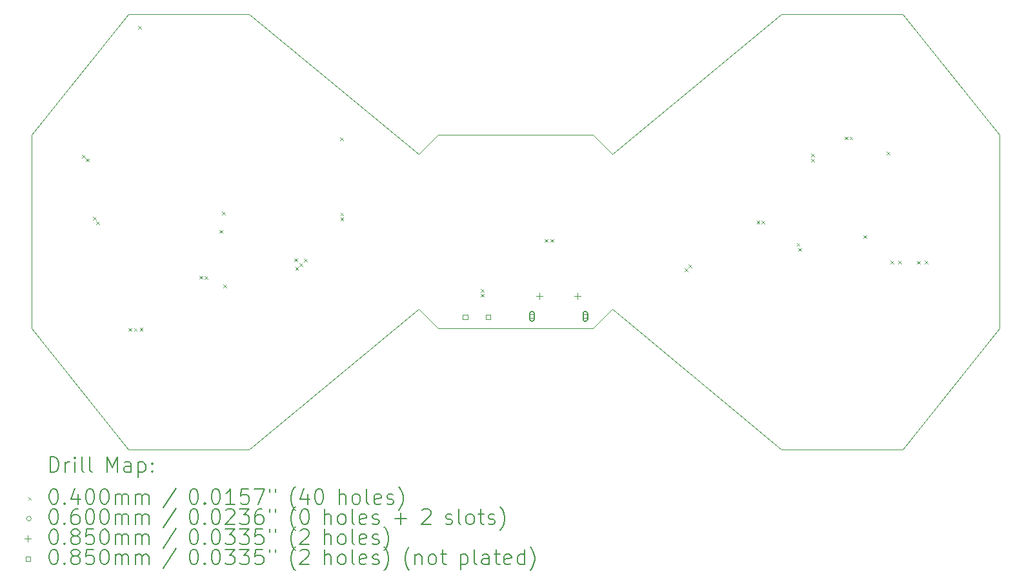
<source format=gbr>
%TF.GenerationSoftware,KiCad,Pcbnew,(7.0.0)*%
%TF.CreationDate,2023-08-19T05:22:42+05:30*%
%TF.ProjectId,glowtie,676c6f77-7469-4652-9e6b-696361645f70,rev?*%
%TF.SameCoordinates,Original*%
%TF.FileFunction,Drillmap*%
%TF.FilePolarity,Positive*%
%FSLAX45Y45*%
G04 Gerber Fmt 4.5, Leading zero omitted, Abs format (unit mm)*
G04 Created by KiCad (PCBNEW (7.0.0)) date 2023-08-19 05:22:42*
%MOMM*%
%LPD*%
G01*
G04 APERTURE LIST*
%ADD10C,0.100000*%
%ADD11C,0.200000*%
%ADD12C,0.040000*%
%ADD13C,0.060000*%
%ADD14C,0.085000*%
G04 APERTURE END LIST*
D10*
X13222000Y-8128000D02*
X11634500Y-8128000D01*
X3062000Y-2413000D02*
X1792000Y-4000500D01*
X1792000Y-6540500D02*
X3062000Y-8128000D01*
X3062000Y-2413000D02*
X4649500Y-2413000D01*
X14492000Y-6540500D02*
X13222000Y-8128000D01*
X9158000Y-4000500D02*
X9412000Y-4254500D01*
X8142000Y-6540500D02*
X9158000Y-6540500D01*
X6872000Y-4254500D02*
X4649500Y-2413000D01*
X14492000Y-6540500D02*
X14492000Y-4000500D01*
X7126000Y-6540500D02*
X6872000Y-6286500D01*
X3062000Y-8128000D02*
X4649500Y-8128000D01*
X9158000Y-6540500D02*
X9412000Y-6286500D01*
X1792000Y-4000500D02*
X1792000Y-6540500D01*
X8142000Y-6540500D02*
X7126000Y-6540500D01*
X6872000Y-4254500D02*
X7126000Y-4000500D01*
X7126000Y-4000500D02*
X9158000Y-4000500D01*
X11634500Y-2413000D02*
X9412000Y-4254500D01*
X13222000Y-2413000D02*
X14492000Y-4000500D01*
X4649500Y-8128000D02*
X6872000Y-6286500D01*
X11634500Y-8128000D02*
X9412000Y-6286500D01*
X13222000Y-2413000D02*
X11634500Y-2413000D01*
D11*
D12*
X2455000Y-4260000D02*
X2495000Y-4300000D01*
X2495000Y-4260000D02*
X2455000Y-4300000D01*
X2507500Y-4307500D02*
X2547500Y-4347500D01*
X2547500Y-4307500D02*
X2507500Y-4347500D01*
X2600000Y-5075000D02*
X2640000Y-5115000D01*
X2640000Y-5075000D02*
X2600000Y-5115000D01*
X2637500Y-5135000D02*
X2677500Y-5175000D01*
X2677500Y-5135000D02*
X2637500Y-5175000D01*
X3065000Y-6535000D02*
X3105000Y-6575000D01*
X3105000Y-6535000D02*
X3065000Y-6575000D01*
X3135000Y-6535000D02*
X3175000Y-6575000D01*
X3175000Y-6535000D02*
X3135000Y-6575000D01*
X3190000Y-2570000D02*
X3230000Y-2610000D01*
X3230000Y-2570000D02*
X3190000Y-2610000D01*
X3212500Y-6530000D02*
X3252500Y-6570000D01*
X3252500Y-6530000D02*
X3212500Y-6570000D01*
X3995000Y-5850000D02*
X4035000Y-5890000D01*
X4035000Y-5850000D02*
X3995000Y-5890000D01*
X4062500Y-5852500D02*
X4102500Y-5892500D01*
X4102500Y-5852500D02*
X4062500Y-5892500D01*
X4257500Y-5247500D02*
X4297500Y-5287500D01*
X4297500Y-5247500D02*
X4257500Y-5287500D01*
X4290000Y-5005000D02*
X4330000Y-5045000D01*
X4330000Y-5005000D02*
X4290000Y-5045000D01*
X4310000Y-5962500D02*
X4350000Y-6002500D01*
X4350000Y-5962500D02*
X4310000Y-6002500D01*
X5242500Y-5620000D02*
X5282500Y-5660000D01*
X5282500Y-5620000D02*
X5242500Y-5660000D01*
X5252500Y-5735000D02*
X5292500Y-5775000D01*
X5292500Y-5735000D02*
X5252500Y-5775000D01*
X5305000Y-5682500D02*
X5345000Y-5722500D01*
X5345000Y-5682500D02*
X5305000Y-5722500D01*
X5367500Y-5622500D02*
X5407500Y-5662500D01*
X5407500Y-5622500D02*
X5367500Y-5662500D01*
X5840000Y-4030000D02*
X5880000Y-4070000D01*
X5880000Y-4030000D02*
X5840000Y-4070000D01*
X5845000Y-5020000D02*
X5885000Y-5060000D01*
X5885000Y-5020000D02*
X5845000Y-5060000D01*
X5845000Y-5085000D02*
X5885000Y-5125000D01*
X5885000Y-5085000D02*
X5845000Y-5125000D01*
X7685000Y-6020000D02*
X7725000Y-6060000D01*
X7725000Y-6020000D02*
X7685000Y-6060000D01*
X7685000Y-6085000D02*
X7725000Y-6125000D01*
X7725000Y-6085000D02*
X7685000Y-6125000D01*
X8527500Y-5367500D02*
X8567500Y-5407500D01*
X8567500Y-5367500D02*
X8527500Y-5407500D01*
X8600000Y-5367500D02*
X8640000Y-5407500D01*
X8640000Y-5367500D02*
X8600000Y-5407500D01*
X10365000Y-5750000D02*
X10405000Y-5790000D01*
X10405000Y-5750000D02*
X10365000Y-5790000D01*
X10415000Y-5700000D02*
X10455000Y-5740000D01*
X10455000Y-5700000D02*
X10415000Y-5740000D01*
X11305000Y-5125000D02*
X11345000Y-5165000D01*
X11345000Y-5125000D02*
X11305000Y-5165000D01*
X11370000Y-5125000D02*
X11410000Y-5165000D01*
X11410000Y-5125000D02*
X11370000Y-5165000D01*
X11830000Y-5417500D02*
X11870000Y-5457500D01*
X11870000Y-5417500D02*
X11830000Y-5457500D01*
X11855000Y-5485000D02*
X11895000Y-5525000D01*
X11895000Y-5485000D02*
X11855000Y-5525000D01*
X12020000Y-4245000D02*
X12060000Y-4285000D01*
X12060000Y-4245000D02*
X12020000Y-4285000D01*
X12020000Y-4310000D02*
X12060000Y-4350000D01*
X12060000Y-4310000D02*
X12020000Y-4350000D01*
X12460000Y-4020000D02*
X12500000Y-4060000D01*
X12500000Y-4020000D02*
X12460000Y-4060000D01*
X12525000Y-4020000D02*
X12565000Y-4060000D01*
X12565000Y-4020000D02*
X12525000Y-4060000D01*
X12705000Y-5315000D02*
X12745000Y-5355000D01*
X12745000Y-5315000D02*
X12705000Y-5355000D01*
X13015000Y-4220000D02*
X13055000Y-4260000D01*
X13055000Y-4220000D02*
X13015000Y-4260000D01*
X13065000Y-5652500D02*
X13105000Y-5692500D01*
X13105000Y-5652500D02*
X13065000Y-5692500D01*
X13162500Y-5652500D02*
X13202500Y-5692500D01*
X13202500Y-5652500D02*
X13162500Y-5692500D01*
X13407500Y-5655000D02*
X13447500Y-5695000D01*
X13447500Y-5655000D02*
X13407500Y-5695000D01*
X13512500Y-5652500D02*
X13552500Y-5692500D01*
X13552500Y-5652500D02*
X13512500Y-5692500D01*
D13*
X8387500Y-6381250D02*
G75*
G03*
X8387500Y-6381250I-30000J0D01*
G01*
D11*
X8387500Y-6416250D02*
X8387500Y-6346250D01*
X8387500Y-6346250D02*
G75*
G03*
X8327500Y-6346250I-30000J0D01*
G01*
X8327500Y-6346250D02*
X8327500Y-6416250D01*
X8327500Y-6416250D02*
G75*
G03*
X8387500Y-6416250I30000J0D01*
G01*
D13*
X9087500Y-6381250D02*
G75*
G03*
X9087500Y-6381250I-30000J0D01*
G01*
D11*
X9027500Y-6346250D02*
X9027500Y-6416250D01*
X9027500Y-6416250D02*
G75*
G03*
X9087500Y-6416250I30000J0D01*
G01*
X9087500Y-6416250D02*
X9087500Y-6346250D01*
X9087500Y-6346250D02*
G75*
G03*
X9027500Y-6346250I-30000J0D01*
G01*
D14*
X8457500Y-6068750D02*
X8457500Y-6153750D01*
X8415000Y-6111250D02*
X8500000Y-6111250D01*
X8957500Y-6068750D02*
X8957500Y-6153750D01*
X8915000Y-6111250D02*
X9000000Y-6111250D01*
X7512552Y-6417552D02*
X7512552Y-6357448D01*
X7452448Y-6357448D01*
X7452448Y-6417552D01*
X7512552Y-6417552D01*
X7812552Y-6417552D02*
X7812552Y-6357448D01*
X7752448Y-6357448D01*
X7752448Y-6417552D01*
X7812552Y-6417552D01*
D11*
X2034619Y-8426476D02*
X2034619Y-8226476D01*
X2034619Y-8226476D02*
X2082238Y-8226476D01*
X2082238Y-8226476D02*
X2110810Y-8236000D01*
X2110810Y-8236000D02*
X2129857Y-8255048D01*
X2129857Y-8255048D02*
X2139381Y-8274095D01*
X2139381Y-8274095D02*
X2148905Y-8312190D01*
X2148905Y-8312190D02*
X2148905Y-8340762D01*
X2148905Y-8340762D02*
X2139381Y-8378857D01*
X2139381Y-8378857D02*
X2129857Y-8397905D01*
X2129857Y-8397905D02*
X2110810Y-8416952D01*
X2110810Y-8416952D02*
X2082238Y-8426476D01*
X2082238Y-8426476D02*
X2034619Y-8426476D01*
X2234619Y-8426476D02*
X2234619Y-8293143D01*
X2234619Y-8331238D02*
X2244143Y-8312190D01*
X2244143Y-8312190D02*
X2253667Y-8302667D01*
X2253667Y-8302667D02*
X2272714Y-8293143D01*
X2272714Y-8293143D02*
X2291762Y-8293143D01*
X2358429Y-8426476D02*
X2358429Y-8293143D01*
X2358429Y-8226476D02*
X2348905Y-8236000D01*
X2348905Y-8236000D02*
X2358429Y-8245524D01*
X2358429Y-8245524D02*
X2367952Y-8236000D01*
X2367952Y-8236000D02*
X2358429Y-8226476D01*
X2358429Y-8226476D02*
X2358429Y-8245524D01*
X2482238Y-8426476D02*
X2463190Y-8416952D01*
X2463190Y-8416952D02*
X2453667Y-8397905D01*
X2453667Y-8397905D02*
X2453667Y-8226476D01*
X2587000Y-8426476D02*
X2567952Y-8416952D01*
X2567952Y-8416952D02*
X2558429Y-8397905D01*
X2558429Y-8397905D02*
X2558429Y-8226476D01*
X2783190Y-8426476D02*
X2783190Y-8226476D01*
X2783190Y-8226476D02*
X2849857Y-8369333D01*
X2849857Y-8369333D02*
X2916524Y-8226476D01*
X2916524Y-8226476D02*
X2916524Y-8426476D01*
X3097476Y-8426476D02*
X3097476Y-8321714D01*
X3097476Y-8321714D02*
X3087952Y-8302667D01*
X3087952Y-8302667D02*
X3068905Y-8293143D01*
X3068905Y-8293143D02*
X3030809Y-8293143D01*
X3030809Y-8293143D02*
X3011762Y-8302667D01*
X3097476Y-8416952D02*
X3078428Y-8426476D01*
X3078428Y-8426476D02*
X3030809Y-8426476D01*
X3030809Y-8426476D02*
X3011762Y-8416952D01*
X3011762Y-8416952D02*
X3002238Y-8397905D01*
X3002238Y-8397905D02*
X3002238Y-8378857D01*
X3002238Y-8378857D02*
X3011762Y-8359809D01*
X3011762Y-8359809D02*
X3030809Y-8350286D01*
X3030809Y-8350286D02*
X3078428Y-8350286D01*
X3078428Y-8350286D02*
X3097476Y-8340762D01*
X3192714Y-8293143D02*
X3192714Y-8493143D01*
X3192714Y-8302667D02*
X3211762Y-8293143D01*
X3211762Y-8293143D02*
X3249857Y-8293143D01*
X3249857Y-8293143D02*
X3268905Y-8302667D01*
X3268905Y-8302667D02*
X3278428Y-8312190D01*
X3278428Y-8312190D02*
X3287952Y-8331238D01*
X3287952Y-8331238D02*
X3287952Y-8388381D01*
X3287952Y-8388381D02*
X3278428Y-8407429D01*
X3278428Y-8407429D02*
X3268905Y-8416952D01*
X3268905Y-8416952D02*
X3249857Y-8426476D01*
X3249857Y-8426476D02*
X3211762Y-8426476D01*
X3211762Y-8426476D02*
X3192714Y-8416952D01*
X3373667Y-8407429D02*
X3383190Y-8416952D01*
X3383190Y-8416952D02*
X3373667Y-8426476D01*
X3373667Y-8426476D02*
X3364143Y-8416952D01*
X3364143Y-8416952D02*
X3373667Y-8407429D01*
X3373667Y-8407429D02*
X3373667Y-8426476D01*
X3373667Y-8302667D02*
X3383190Y-8312190D01*
X3383190Y-8312190D02*
X3373667Y-8321714D01*
X3373667Y-8321714D02*
X3364143Y-8312190D01*
X3364143Y-8312190D02*
X3373667Y-8302667D01*
X3373667Y-8302667D02*
X3373667Y-8321714D01*
D12*
X1747000Y-8753000D02*
X1787000Y-8793000D01*
X1787000Y-8753000D02*
X1747000Y-8793000D01*
D11*
X2072714Y-8646476D02*
X2091762Y-8646476D01*
X2091762Y-8646476D02*
X2110810Y-8656000D01*
X2110810Y-8656000D02*
X2120333Y-8665524D01*
X2120333Y-8665524D02*
X2129857Y-8684571D01*
X2129857Y-8684571D02*
X2139381Y-8722667D01*
X2139381Y-8722667D02*
X2139381Y-8770286D01*
X2139381Y-8770286D02*
X2129857Y-8808381D01*
X2129857Y-8808381D02*
X2120333Y-8827429D01*
X2120333Y-8827429D02*
X2110810Y-8836952D01*
X2110810Y-8836952D02*
X2091762Y-8846476D01*
X2091762Y-8846476D02*
X2072714Y-8846476D01*
X2072714Y-8846476D02*
X2053667Y-8836952D01*
X2053667Y-8836952D02*
X2044143Y-8827429D01*
X2044143Y-8827429D02*
X2034619Y-8808381D01*
X2034619Y-8808381D02*
X2025095Y-8770286D01*
X2025095Y-8770286D02*
X2025095Y-8722667D01*
X2025095Y-8722667D02*
X2034619Y-8684571D01*
X2034619Y-8684571D02*
X2044143Y-8665524D01*
X2044143Y-8665524D02*
X2053667Y-8656000D01*
X2053667Y-8656000D02*
X2072714Y-8646476D01*
X2225095Y-8827429D02*
X2234619Y-8836952D01*
X2234619Y-8836952D02*
X2225095Y-8846476D01*
X2225095Y-8846476D02*
X2215571Y-8836952D01*
X2215571Y-8836952D02*
X2225095Y-8827429D01*
X2225095Y-8827429D02*
X2225095Y-8846476D01*
X2406048Y-8713143D02*
X2406048Y-8846476D01*
X2358429Y-8636952D02*
X2310810Y-8779810D01*
X2310810Y-8779810D02*
X2434619Y-8779810D01*
X2548905Y-8646476D02*
X2567952Y-8646476D01*
X2567952Y-8646476D02*
X2587000Y-8656000D01*
X2587000Y-8656000D02*
X2596524Y-8665524D01*
X2596524Y-8665524D02*
X2606048Y-8684571D01*
X2606048Y-8684571D02*
X2615571Y-8722667D01*
X2615571Y-8722667D02*
X2615571Y-8770286D01*
X2615571Y-8770286D02*
X2606048Y-8808381D01*
X2606048Y-8808381D02*
X2596524Y-8827429D01*
X2596524Y-8827429D02*
X2587000Y-8836952D01*
X2587000Y-8836952D02*
X2567952Y-8846476D01*
X2567952Y-8846476D02*
X2548905Y-8846476D01*
X2548905Y-8846476D02*
X2529857Y-8836952D01*
X2529857Y-8836952D02*
X2520333Y-8827429D01*
X2520333Y-8827429D02*
X2510810Y-8808381D01*
X2510810Y-8808381D02*
X2501286Y-8770286D01*
X2501286Y-8770286D02*
X2501286Y-8722667D01*
X2501286Y-8722667D02*
X2510810Y-8684571D01*
X2510810Y-8684571D02*
X2520333Y-8665524D01*
X2520333Y-8665524D02*
X2529857Y-8656000D01*
X2529857Y-8656000D02*
X2548905Y-8646476D01*
X2739381Y-8646476D02*
X2758429Y-8646476D01*
X2758429Y-8646476D02*
X2777476Y-8656000D01*
X2777476Y-8656000D02*
X2787000Y-8665524D01*
X2787000Y-8665524D02*
X2796524Y-8684571D01*
X2796524Y-8684571D02*
X2806048Y-8722667D01*
X2806048Y-8722667D02*
X2806048Y-8770286D01*
X2806048Y-8770286D02*
X2796524Y-8808381D01*
X2796524Y-8808381D02*
X2787000Y-8827429D01*
X2787000Y-8827429D02*
X2777476Y-8836952D01*
X2777476Y-8836952D02*
X2758429Y-8846476D01*
X2758429Y-8846476D02*
X2739381Y-8846476D01*
X2739381Y-8846476D02*
X2720333Y-8836952D01*
X2720333Y-8836952D02*
X2710810Y-8827429D01*
X2710810Y-8827429D02*
X2701286Y-8808381D01*
X2701286Y-8808381D02*
X2691762Y-8770286D01*
X2691762Y-8770286D02*
X2691762Y-8722667D01*
X2691762Y-8722667D02*
X2701286Y-8684571D01*
X2701286Y-8684571D02*
X2710810Y-8665524D01*
X2710810Y-8665524D02*
X2720333Y-8656000D01*
X2720333Y-8656000D02*
X2739381Y-8646476D01*
X2891762Y-8846476D02*
X2891762Y-8713143D01*
X2891762Y-8732190D02*
X2901286Y-8722667D01*
X2901286Y-8722667D02*
X2920333Y-8713143D01*
X2920333Y-8713143D02*
X2948905Y-8713143D01*
X2948905Y-8713143D02*
X2967952Y-8722667D01*
X2967952Y-8722667D02*
X2977476Y-8741714D01*
X2977476Y-8741714D02*
X2977476Y-8846476D01*
X2977476Y-8741714D02*
X2987000Y-8722667D01*
X2987000Y-8722667D02*
X3006048Y-8713143D01*
X3006048Y-8713143D02*
X3034619Y-8713143D01*
X3034619Y-8713143D02*
X3053667Y-8722667D01*
X3053667Y-8722667D02*
X3063190Y-8741714D01*
X3063190Y-8741714D02*
X3063190Y-8846476D01*
X3158429Y-8846476D02*
X3158429Y-8713143D01*
X3158429Y-8732190D02*
X3167952Y-8722667D01*
X3167952Y-8722667D02*
X3187000Y-8713143D01*
X3187000Y-8713143D02*
X3215571Y-8713143D01*
X3215571Y-8713143D02*
X3234619Y-8722667D01*
X3234619Y-8722667D02*
X3244143Y-8741714D01*
X3244143Y-8741714D02*
X3244143Y-8846476D01*
X3244143Y-8741714D02*
X3253667Y-8722667D01*
X3253667Y-8722667D02*
X3272714Y-8713143D01*
X3272714Y-8713143D02*
X3301286Y-8713143D01*
X3301286Y-8713143D02*
X3320333Y-8722667D01*
X3320333Y-8722667D02*
X3329857Y-8741714D01*
X3329857Y-8741714D02*
X3329857Y-8846476D01*
X3687952Y-8636952D02*
X3516524Y-8894095D01*
X3912714Y-8646476D02*
X3931762Y-8646476D01*
X3931762Y-8646476D02*
X3950810Y-8656000D01*
X3950810Y-8656000D02*
X3960333Y-8665524D01*
X3960333Y-8665524D02*
X3969857Y-8684571D01*
X3969857Y-8684571D02*
X3979381Y-8722667D01*
X3979381Y-8722667D02*
X3979381Y-8770286D01*
X3979381Y-8770286D02*
X3969857Y-8808381D01*
X3969857Y-8808381D02*
X3960333Y-8827429D01*
X3960333Y-8827429D02*
X3950810Y-8836952D01*
X3950810Y-8836952D02*
X3931762Y-8846476D01*
X3931762Y-8846476D02*
X3912714Y-8846476D01*
X3912714Y-8846476D02*
X3893667Y-8836952D01*
X3893667Y-8836952D02*
X3884143Y-8827429D01*
X3884143Y-8827429D02*
X3874619Y-8808381D01*
X3874619Y-8808381D02*
X3865095Y-8770286D01*
X3865095Y-8770286D02*
X3865095Y-8722667D01*
X3865095Y-8722667D02*
X3874619Y-8684571D01*
X3874619Y-8684571D02*
X3884143Y-8665524D01*
X3884143Y-8665524D02*
X3893667Y-8656000D01*
X3893667Y-8656000D02*
X3912714Y-8646476D01*
X4065095Y-8827429D02*
X4074619Y-8836952D01*
X4074619Y-8836952D02*
X4065095Y-8846476D01*
X4065095Y-8846476D02*
X4055571Y-8836952D01*
X4055571Y-8836952D02*
X4065095Y-8827429D01*
X4065095Y-8827429D02*
X4065095Y-8846476D01*
X4198429Y-8646476D02*
X4217476Y-8646476D01*
X4217476Y-8646476D02*
X4236524Y-8656000D01*
X4236524Y-8656000D02*
X4246048Y-8665524D01*
X4246048Y-8665524D02*
X4255572Y-8684571D01*
X4255572Y-8684571D02*
X4265095Y-8722667D01*
X4265095Y-8722667D02*
X4265095Y-8770286D01*
X4265095Y-8770286D02*
X4255572Y-8808381D01*
X4255572Y-8808381D02*
X4246048Y-8827429D01*
X4246048Y-8827429D02*
X4236524Y-8836952D01*
X4236524Y-8836952D02*
X4217476Y-8846476D01*
X4217476Y-8846476D02*
X4198429Y-8846476D01*
X4198429Y-8846476D02*
X4179381Y-8836952D01*
X4179381Y-8836952D02*
X4169857Y-8827429D01*
X4169857Y-8827429D02*
X4160333Y-8808381D01*
X4160333Y-8808381D02*
X4150810Y-8770286D01*
X4150810Y-8770286D02*
X4150810Y-8722667D01*
X4150810Y-8722667D02*
X4160333Y-8684571D01*
X4160333Y-8684571D02*
X4169857Y-8665524D01*
X4169857Y-8665524D02*
X4179381Y-8656000D01*
X4179381Y-8656000D02*
X4198429Y-8646476D01*
X4455572Y-8846476D02*
X4341286Y-8846476D01*
X4398429Y-8846476D02*
X4398429Y-8646476D01*
X4398429Y-8646476D02*
X4379381Y-8675048D01*
X4379381Y-8675048D02*
X4360333Y-8694095D01*
X4360333Y-8694095D02*
X4341286Y-8703619D01*
X4636524Y-8646476D02*
X4541286Y-8646476D01*
X4541286Y-8646476D02*
X4531762Y-8741714D01*
X4531762Y-8741714D02*
X4541286Y-8732190D01*
X4541286Y-8732190D02*
X4560333Y-8722667D01*
X4560333Y-8722667D02*
X4607953Y-8722667D01*
X4607953Y-8722667D02*
X4627000Y-8732190D01*
X4627000Y-8732190D02*
X4636524Y-8741714D01*
X4636524Y-8741714D02*
X4646048Y-8760762D01*
X4646048Y-8760762D02*
X4646048Y-8808381D01*
X4646048Y-8808381D02*
X4636524Y-8827429D01*
X4636524Y-8827429D02*
X4627000Y-8836952D01*
X4627000Y-8836952D02*
X4607953Y-8846476D01*
X4607953Y-8846476D02*
X4560333Y-8846476D01*
X4560333Y-8846476D02*
X4541286Y-8836952D01*
X4541286Y-8836952D02*
X4531762Y-8827429D01*
X4712714Y-8646476D02*
X4846048Y-8646476D01*
X4846048Y-8646476D02*
X4760333Y-8846476D01*
X4912714Y-8646476D02*
X4912714Y-8684571D01*
X4988905Y-8646476D02*
X4988905Y-8684571D01*
X5251762Y-8922667D02*
X5242238Y-8913143D01*
X5242238Y-8913143D02*
X5223191Y-8884571D01*
X5223191Y-8884571D02*
X5213667Y-8865524D01*
X5213667Y-8865524D02*
X5204143Y-8836952D01*
X5204143Y-8836952D02*
X5194619Y-8789333D01*
X5194619Y-8789333D02*
X5194619Y-8751238D01*
X5194619Y-8751238D02*
X5204143Y-8703619D01*
X5204143Y-8703619D02*
X5213667Y-8675048D01*
X5213667Y-8675048D02*
X5223191Y-8656000D01*
X5223191Y-8656000D02*
X5242238Y-8627429D01*
X5242238Y-8627429D02*
X5251762Y-8617905D01*
X5413667Y-8713143D02*
X5413667Y-8846476D01*
X5366048Y-8636952D02*
X5318429Y-8779810D01*
X5318429Y-8779810D02*
X5442238Y-8779810D01*
X5556524Y-8646476D02*
X5575572Y-8646476D01*
X5575572Y-8646476D02*
X5594619Y-8656000D01*
X5594619Y-8656000D02*
X5604143Y-8665524D01*
X5604143Y-8665524D02*
X5613667Y-8684571D01*
X5613667Y-8684571D02*
X5623191Y-8722667D01*
X5623191Y-8722667D02*
X5623191Y-8770286D01*
X5623191Y-8770286D02*
X5613667Y-8808381D01*
X5613667Y-8808381D02*
X5604143Y-8827429D01*
X5604143Y-8827429D02*
X5594619Y-8836952D01*
X5594619Y-8836952D02*
X5575572Y-8846476D01*
X5575572Y-8846476D02*
X5556524Y-8846476D01*
X5556524Y-8846476D02*
X5537476Y-8836952D01*
X5537476Y-8836952D02*
X5527953Y-8827429D01*
X5527953Y-8827429D02*
X5518429Y-8808381D01*
X5518429Y-8808381D02*
X5508905Y-8770286D01*
X5508905Y-8770286D02*
X5508905Y-8722667D01*
X5508905Y-8722667D02*
X5518429Y-8684571D01*
X5518429Y-8684571D02*
X5527953Y-8665524D01*
X5527953Y-8665524D02*
X5537476Y-8656000D01*
X5537476Y-8656000D02*
X5556524Y-8646476D01*
X5828905Y-8846476D02*
X5828905Y-8646476D01*
X5914619Y-8846476D02*
X5914619Y-8741714D01*
X5914619Y-8741714D02*
X5905095Y-8722667D01*
X5905095Y-8722667D02*
X5886048Y-8713143D01*
X5886048Y-8713143D02*
X5857476Y-8713143D01*
X5857476Y-8713143D02*
X5838429Y-8722667D01*
X5838429Y-8722667D02*
X5828905Y-8732190D01*
X6038429Y-8846476D02*
X6019381Y-8836952D01*
X6019381Y-8836952D02*
X6009857Y-8827429D01*
X6009857Y-8827429D02*
X6000333Y-8808381D01*
X6000333Y-8808381D02*
X6000333Y-8751238D01*
X6000333Y-8751238D02*
X6009857Y-8732190D01*
X6009857Y-8732190D02*
X6019381Y-8722667D01*
X6019381Y-8722667D02*
X6038429Y-8713143D01*
X6038429Y-8713143D02*
X6067000Y-8713143D01*
X6067000Y-8713143D02*
X6086048Y-8722667D01*
X6086048Y-8722667D02*
X6095572Y-8732190D01*
X6095572Y-8732190D02*
X6105095Y-8751238D01*
X6105095Y-8751238D02*
X6105095Y-8808381D01*
X6105095Y-8808381D02*
X6095572Y-8827429D01*
X6095572Y-8827429D02*
X6086048Y-8836952D01*
X6086048Y-8836952D02*
X6067000Y-8846476D01*
X6067000Y-8846476D02*
X6038429Y-8846476D01*
X6219381Y-8846476D02*
X6200333Y-8836952D01*
X6200333Y-8836952D02*
X6190810Y-8817905D01*
X6190810Y-8817905D02*
X6190810Y-8646476D01*
X6371762Y-8836952D02*
X6352714Y-8846476D01*
X6352714Y-8846476D02*
X6314619Y-8846476D01*
X6314619Y-8846476D02*
X6295572Y-8836952D01*
X6295572Y-8836952D02*
X6286048Y-8817905D01*
X6286048Y-8817905D02*
X6286048Y-8741714D01*
X6286048Y-8741714D02*
X6295572Y-8722667D01*
X6295572Y-8722667D02*
X6314619Y-8713143D01*
X6314619Y-8713143D02*
X6352714Y-8713143D01*
X6352714Y-8713143D02*
X6371762Y-8722667D01*
X6371762Y-8722667D02*
X6381286Y-8741714D01*
X6381286Y-8741714D02*
X6381286Y-8760762D01*
X6381286Y-8760762D02*
X6286048Y-8779810D01*
X6457476Y-8836952D02*
X6476524Y-8846476D01*
X6476524Y-8846476D02*
X6514619Y-8846476D01*
X6514619Y-8846476D02*
X6533667Y-8836952D01*
X6533667Y-8836952D02*
X6543191Y-8817905D01*
X6543191Y-8817905D02*
X6543191Y-8808381D01*
X6543191Y-8808381D02*
X6533667Y-8789333D01*
X6533667Y-8789333D02*
X6514619Y-8779810D01*
X6514619Y-8779810D02*
X6486048Y-8779810D01*
X6486048Y-8779810D02*
X6467000Y-8770286D01*
X6467000Y-8770286D02*
X6457476Y-8751238D01*
X6457476Y-8751238D02*
X6457476Y-8741714D01*
X6457476Y-8741714D02*
X6467000Y-8722667D01*
X6467000Y-8722667D02*
X6486048Y-8713143D01*
X6486048Y-8713143D02*
X6514619Y-8713143D01*
X6514619Y-8713143D02*
X6533667Y-8722667D01*
X6609857Y-8922667D02*
X6619381Y-8913143D01*
X6619381Y-8913143D02*
X6638429Y-8884571D01*
X6638429Y-8884571D02*
X6647953Y-8865524D01*
X6647953Y-8865524D02*
X6657476Y-8836952D01*
X6657476Y-8836952D02*
X6667000Y-8789333D01*
X6667000Y-8789333D02*
X6667000Y-8751238D01*
X6667000Y-8751238D02*
X6657476Y-8703619D01*
X6657476Y-8703619D02*
X6647953Y-8675048D01*
X6647953Y-8675048D02*
X6638429Y-8656000D01*
X6638429Y-8656000D02*
X6619381Y-8627429D01*
X6619381Y-8627429D02*
X6609857Y-8617905D01*
D13*
X1787000Y-9037000D02*
G75*
G03*
X1787000Y-9037000I-30000J0D01*
G01*
D11*
X2072714Y-8910476D02*
X2091762Y-8910476D01*
X2091762Y-8910476D02*
X2110810Y-8920000D01*
X2110810Y-8920000D02*
X2120333Y-8929524D01*
X2120333Y-8929524D02*
X2129857Y-8948571D01*
X2129857Y-8948571D02*
X2139381Y-8986667D01*
X2139381Y-8986667D02*
X2139381Y-9034286D01*
X2139381Y-9034286D02*
X2129857Y-9072381D01*
X2129857Y-9072381D02*
X2120333Y-9091429D01*
X2120333Y-9091429D02*
X2110810Y-9100952D01*
X2110810Y-9100952D02*
X2091762Y-9110476D01*
X2091762Y-9110476D02*
X2072714Y-9110476D01*
X2072714Y-9110476D02*
X2053667Y-9100952D01*
X2053667Y-9100952D02*
X2044143Y-9091429D01*
X2044143Y-9091429D02*
X2034619Y-9072381D01*
X2034619Y-9072381D02*
X2025095Y-9034286D01*
X2025095Y-9034286D02*
X2025095Y-8986667D01*
X2025095Y-8986667D02*
X2034619Y-8948571D01*
X2034619Y-8948571D02*
X2044143Y-8929524D01*
X2044143Y-8929524D02*
X2053667Y-8920000D01*
X2053667Y-8920000D02*
X2072714Y-8910476D01*
X2225095Y-9091429D02*
X2234619Y-9100952D01*
X2234619Y-9100952D02*
X2225095Y-9110476D01*
X2225095Y-9110476D02*
X2215571Y-9100952D01*
X2215571Y-9100952D02*
X2225095Y-9091429D01*
X2225095Y-9091429D02*
X2225095Y-9110476D01*
X2406048Y-8910476D02*
X2367952Y-8910476D01*
X2367952Y-8910476D02*
X2348905Y-8920000D01*
X2348905Y-8920000D02*
X2339381Y-8929524D01*
X2339381Y-8929524D02*
X2320333Y-8958095D01*
X2320333Y-8958095D02*
X2310810Y-8996190D01*
X2310810Y-8996190D02*
X2310810Y-9072381D01*
X2310810Y-9072381D02*
X2320333Y-9091429D01*
X2320333Y-9091429D02*
X2329857Y-9100952D01*
X2329857Y-9100952D02*
X2348905Y-9110476D01*
X2348905Y-9110476D02*
X2387000Y-9110476D01*
X2387000Y-9110476D02*
X2406048Y-9100952D01*
X2406048Y-9100952D02*
X2415571Y-9091429D01*
X2415571Y-9091429D02*
X2425095Y-9072381D01*
X2425095Y-9072381D02*
X2425095Y-9024762D01*
X2425095Y-9024762D02*
X2415571Y-9005714D01*
X2415571Y-9005714D02*
X2406048Y-8996190D01*
X2406048Y-8996190D02*
X2387000Y-8986667D01*
X2387000Y-8986667D02*
X2348905Y-8986667D01*
X2348905Y-8986667D02*
X2329857Y-8996190D01*
X2329857Y-8996190D02*
X2320333Y-9005714D01*
X2320333Y-9005714D02*
X2310810Y-9024762D01*
X2548905Y-8910476D02*
X2567952Y-8910476D01*
X2567952Y-8910476D02*
X2587000Y-8920000D01*
X2587000Y-8920000D02*
X2596524Y-8929524D01*
X2596524Y-8929524D02*
X2606048Y-8948571D01*
X2606048Y-8948571D02*
X2615571Y-8986667D01*
X2615571Y-8986667D02*
X2615571Y-9034286D01*
X2615571Y-9034286D02*
X2606048Y-9072381D01*
X2606048Y-9072381D02*
X2596524Y-9091429D01*
X2596524Y-9091429D02*
X2587000Y-9100952D01*
X2587000Y-9100952D02*
X2567952Y-9110476D01*
X2567952Y-9110476D02*
X2548905Y-9110476D01*
X2548905Y-9110476D02*
X2529857Y-9100952D01*
X2529857Y-9100952D02*
X2520333Y-9091429D01*
X2520333Y-9091429D02*
X2510810Y-9072381D01*
X2510810Y-9072381D02*
X2501286Y-9034286D01*
X2501286Y-9034286D02*
X2501286Y-8986667D01*
X2501286Y-8986667D02*
X2510810Y-8948571D01*
X2510810Y-8948571D02*
X2520333Y-8929524D01*
X2520333Y-8929524D02*
X2529857Y-8920000D01*
X2529857Y-8920000D02*
X2548905Y-8910476D01*
X2739381Y-8910476D02*
X2758429Y-8910476D01*
X2758429Y-8910476D02*
X2777476Y-8920000D01*
X2777476Y-8920000D02*
X2787000Y-8929524D01*
X2787000Y-8929524D02*
X2796524Y-8948571D01*
X2796524Y-8948571D02*
X2806048Y-8986667D01*
X2806048Y-8986667D02*
X2806048Y-9034286D01*
X2806048Y-9034286D02*
X2796524Y-9072381D01*
X2796524Y-9072381D02*
X2787000Y-9091429D01*
X2787000Y-9091429D02*
X2777476Y-9100952D01*
X2777476Y-9100952D02*
X2758429Y-9110476D01*
X2758429Y-9110476D02*
X2739381Y-9110476D01*
X2739381Y-9110476D02*
X2720333Y-9100952D01*
X2720333Y-9100952D02*
X2710810Y-9091429D01*
X2710810Y-9091429D02*
X2701286Y-9072381D01*
X2701286Y-9072381D02*
X2691762Y-9034286D01*
X2691762Y-9034286D02*
X2691762Y-8986667D01*
X2691762Y-8986667D02*
X2701286Y-8948571D01*
X2701286Y-8948571D02*
X2710810Y-8929524D01*
X2710810Y-8929524D02*
X2720333Y-8920000D01*
X2720333Y-8920000D02*
X2739381Y-8910476D01*
X2891762Y-9110476D02*
X2891762Y-8977143D01*
X2891762Y-8996190D02*
X2901286Y-8986667D01*
X2901286Y-8986667D02*
X2920333Y-8977143D01*
X2920333Y-8977143D02*
X2948905Y-8977143D01*
X2948905Y-8977143D02*
X2967952Y-8986667D01*
X2967952Y-8986667D02*
X2977476Y-9005714D01*
X2977476Y-9005714D02*
X2977476Y-9110476D01*
X2977476Y-9005714D02*
X2987000Y-8986667D01*
X2987000Y-8986667D02*
X3006048Y-8977143D01*
X3006048Y-8977143D02*
X3034619Y-8977143D01*
X3034619Y-8977143D02*
X3053667Y-8986667D01*
X3053667Y-8986667D02*
X3063190Y-9005714D01*
X3063190Y-9005714D02*
X3063190Y-9110476D01*
X3158429Y-9110476D02*
X3158429Y-8977143D01*
X3158429Y-8996190D02*
X3167952Y-8986667D01*
X3167952Y-8986667D02*
X3187000Y-8977143D01*
X3187000Y-8977143D02*
X3215571Y-8977143D01*
X3215571Y-8977143D02*
X3234619Y-8986667D01*
X3234619Y-8986667D02*
X3244143Y-9005714D01*
X3244143Y-9005714D02*
X3244143Y-9110476D01*
X3244143Y-9005714D02*
X3253667Y-8986667D01*
X3253667Y-8986667D02*
X3272714Y-8977143D01*
X3272714Y-8977143D02*
X3301286Y-8977143D01*
X3301286Y-8977143D02*
X3320333Y-8986667D01*
X3320333Y-8986667D02*
X3329857Y-9005714D01*
X3329857Y-9005714D02*
X3329857Y-9110476D01*
X3687952Y-8900952D02*
X3516524Y-9158095D01*
X3912714Y-8910476D02*
X3931762Y-8910476D01*
X3931762Y-8910476D02*
X3950810Y-8920000D01*
X3950810Y-8920000D02*
X3960333Y-8929524D01*
X3960333Y-8929524D02*
X3969857Y-8948571D01*
X3969857Y-8948571D02*
X3979381Y-8986667D01*
X3979381Y-8986667D02*
X3979381Y-9034286D01*
X3979381Y-9034286D02*
X3969857Y-9072381D01*
X3969857Y-9072381D02*
X3960333Y-9091429D01*
X3960333Y-9091429D02*
X3950810Y-9100952D01*
X3950810Y-9100952D02*
X3931762Y-9110476D01*
X3931762Y-9110476D02*
X3912714Y-9110476D01*
X3912714Y-9110476D02*
X3893667Y-9100952D01*
X3893667Y-9100952D02*
X3884143Y-9091429D01*
X3884143Y-9091429D02*
X3874619Y-9072381D01*
X3874619Y-9072381D02*
X3865095Y-9034286D01*
X3865095Y-9034286D02*
X3865095Y-8986667D01*
X3865095Y-8986667D02*
X3874619Y-8948571D01*
X3874619Y-8948571D02*
X3884143Y-8929524D01*
X3884143Y-8929524D02*
X3893667Y-8920000D01*
X3893667Y-8920000D02*
X3912714Y-8910476D01*
X4065095Y-9091429D02*
X4074619Y-9100952D01*
X4074619Y-9100952D02*
X4065095Y-9110476D01*
X4065095Y-9110476D02*
X4055571Y-9100952D01*
X4055571Y-9100952D02*
X4065095Y-9091429D01*
X4065095Y-9091429D02*
X4065095Y-9110476D01*
X4198429Y-8910476D02*
X4217476Y-8910476D01*
X4217476Y-8910476D02*
X4236524Y-8920000D01*
X4236524Y-8920000D02*
X4246048Y-8929524D01*
X4246048Y-8929524D02*
X4255572Y-8948571D01*
X4255572Y-8948571D02*
X4265095Y-8986667D01*
X4265095Y-8986667D02*
X4265095Y-9034286D01*
X4265095Y-9034286D02*
X4255572Y-9072381D01*
X4255572Y-9072381D02*
X4246048Y-9091429D01*
X4246048Y-9091429D02*
X4236524Y-9100952D01*
X4236524Y-9100952D02*
X4217476Y-9110476D01*
X4217476Y-9110476D02*
X4198429Y-9110476D01*
X4198429Y-9110476D02*
X4179381Y-9100952D01*
X4179381Y-9100952D02*
X4169857Y-9091429D01*
X4169857Y-9091429D02*
X4160333Y-9072381D01*
X4160333Y-9072381D02*
X4150810Y-9034286D01*
X4150810Y-9034286D02*
X4150810Y-8986667D01*
X4150810Y-8986667D02*
X4160333Y-8948571D01*
X4160333Y-8948571D02*
X4169857Y-8929524D01*
X4169857Y-8929524D02*
X4179381Y-8920000D01*
X4179381Y-8920000D02*
X4198429Y-8910476D01*
X4341286Y-8929524D02*
X4350810Y-8920000D01*
X4350810Y-8920000D02*
X4369857Y-8910476D01*
X4369857Y-8910476D02*
X4417476Y-8910476D01*
X4417476Y-8910476D02*
X4436524Y-8920000D01*
X4436524Y-8920000D02*
X4446048Y-8929524D01*
X4446048Y-8929524D02*
X4455572Y-8948571D01*
X4455572Y-8948571D02*
X4455572Y-8967619D01*
X4455572Y-8967619D02*
X4446048Y-8996190D01*
X4446048Y-8996190D02*
X4331762Y-9110476D01*
X4331762Y-9110476D02*
X4455572Y-9110476D01*
X4522238Y-8910476D02*
X4646048Y-8910476D01*
X4646048Y-8910476D02*
X4579381Y-8986667D01*
X4579381Y-8986667D02*
X4607953Y-8986667D01*
X4607953Y-8986667D02*
X4627000Y-8996190D01*
X4627000Y-8996190D02*
X4636524Y-9005714D01*
X4636524Y-9005714D02*
X4646048Y-9024762D01*
X4646048Y-9024762D02*
X4646048Y-9072381D01*
X4646048Y-9072381D02*
X4636524Y-9091429D01*
X4636524Y-9091429D02*
X4627000Y-9100952D01*
X4627000Y-9100952D02*
X4607953Y-9110476D01*
X4607953Y-9110476D02*
X4550810Y-9110476D01*
X4550810Y-9110476D02*
X4531762Y-9100952D01*
X4531762Y-9100952D02*
X4522238Y-9091429D01*
X4817476Y-8910476D02*
X4779381Y-8910476D01*
X4779381Y-8910476D02*
X4760333Y-8920000D01*
X4760333Y-8920000D02*
X4750810Y-8929524D01*
X4750810Y-8929524D02*
X4731762Y-8958095D01*
X4731762Y-8958095D02*
X4722238Y-8996190D01*
X4722238Y-8996190D02*
X4722238Y-9072381D01*
X4722238Y-9072381D02*
X4731762Y-9091429D01*
X4731762Y-9091429D02*
X4741286Y-9100952D01*
X4741286Y-9100952D02*
X4760333Y-9110476D01*
X4760333Y-9110476D02*
X4798429Y-9110476D01*
X4798429Y-9110476D02*
X4817476Y-9100952D01*
X4817476Y-9100952D02*
X4827000Y-9091429D01*
X4827000Y-9091429D02*
X4836524Y-9072381D01*
X4836524Y-9072381D02*
X4836524Y-9024762D01*
X4836524Y-9024762D02*
X4827000Y-9005714D01*
X4827000Y-9005714D02*
X4817476Y-8996190D01*
X4817476Y-8996190D02*
X4798429Y-8986667D01*
X4798429Y-8986667D02*
X4760333Y-8986667D01*
X4760333Y-8986667D02*
X4741286Y-8996190D01*
X4741286Y-8996190D02*
X4731762Y-9005714D01*
X4731762Y-9005714D02*
X4722238Y-9024762D01*
X4912714Y-8910476D02*
X4912714Y-8948571D01*
X4988905Y-8910476D02*
X4988905Y-8948571D01*
X5251762Y-9186667D02*
X5242238Y-9177143D01*
X5242238Y-9177143D02*
X5223191Y-9148571D01*
X5223191Y-9148571D02*
X5213667Y-9129524D01*
X5213667Y-9129524D02*
X5204143Y-9100952D01*
X5204143Y-9100952D02*
X5194619Y-9053333D01*
X5194619Y-9053333D02*
X5194619Y-9015238D01*
X5194619Y-9015238D02*
X5204143Y-8967619D01*
X5204143Y-8967619D02*
X5213667Y-8939048D01*
X5213667Y-8939048D02*
X5223191Y-8920000D01*
X5223191Y-8920000D02*
X5242238Y-8891429D01*
X5242238Y-8891429D02*
X5251762Y-8881905D01*
X5366048Y-8910476D02*
X5385095Y-8910476D01*
X5385095Y-8910476D02*
X5404143Y-8920000D01*
X5404143Y-8920000D02*
X5413667Y-8929524D01*
X5413667Y-8929524D02*
X5423191Y-8948571D01*
X5423191Y-8948571D02*
X5432714Y-8986667D01*
X5432714Y-8986667D02*
X5432714Y-9034286D01*
X5432714Y-9034286D02*
X5423191Y-9072381D01*
X5423191Y-9072381D02*
X5413667Y-9091429D01*
X5413667Y-9091429D02*
X5404143Y-9100952D01*
X5404143Y-9100952D02*
X5385095Y-9110476D01*
X5385095Y-9110476D02*
X5366048Y-9110476D01*
X5366048Y-9110476D02*
X5347000Y-9100952D01*
X5347000Y-9100952D02*
X5337476Y-9091429D01*
X5337476Y-9091429D02*
X5327953Y-9072381D01*
X5327953Y-9072381D02*
X5318429Y-9034286D01*
X5318429Y-9034286D02*
X5318429Y-8986667D01*
X5318429Y-8986667D02*
X5327953Y-8948571D01*
X5327953Y-8948571D02*
X5337476Y-8929524D01*
X5337476Y-8929524D02*
X5347000Y-8920000D01*
X5347000Y-8920000D02*
X5366048Y-8910476D01*
X5638429Y-9110476D02*
X5638429Y-8910476D01*
X5724143Y-9110476D02*
X5724143Y-9005714D01*
X5724143Y-9005714D02*
X5714619Y-8986667D01*
X5714619Y-8986667D02*
X5695572Y-8977143D01*
X5695572Y-8977143D02*
X5667000Y-8977143D01*
X5667000Y-8977143D02*
X5647952Y-8986667D01*
X5647952Y-8986667D02*
X5638429Y-8996190D01*
X5847952Y-9110476D02*
X5828905Y-9100952D01*
X5828905Y-9100952D02*
X5819381Y-9091429D01*
X5819381Y-9091429D02*
X5809857Y-9072381D01*
X5809857Y-9072381D02*
X5809857Y-9015238D01*
X5809857Y-9015238D02*
X5819381Y-8996190D01*
X5819381Y-8996190D02*
X5828905Y-8986667D01*
X5828905Y-8986667D02*
X5847952Y-8977143D01*
X5847952Y-8977143D02*
X5876524Y-8977143D01*
X5876524Y-8977143D02*
X5895572Y-8986667D01*
X5895572Y-8986667D02*
X5905095Y-8996190D01*
X5905095Y-8996190D02*
X5914619Y-9015238D01*
X5914619Y-9015238D02*
X5914619Y-9072381D01*
X5914619Y-9072381D02*
X5905095Y-9091429D01*
X5905095Y-9091429D02*
X5895572Y-9100952D01*
X5895572Y-9100952D02*
X5876524Y-9110476D01*
X5876524Y-9110476D02*
X5847952Y-9110476D01*
X6028905Y-9110476D02*
X6009857Y-9100952D01*
X6009857Y-9100952D02*
X6000333Y-9081905D01*
X6000333Y-9081905D02*
X6000333Y-8910476D01*
X6181286Y-9100952D02*
X6162238Y-9110476D01*
X6162238Y-9110476D02*
X6124143Y-9110476D01*
X6124143Y-9110476D02*
X6105095Y-9100952D01*
X6105095Y-9100952D02*
X6095572Y-9081905D01*
X6095572Y-9081905D02*
X6095572Y-9005714D01*
X6095572Y-9005714D02*
X6105095Y-8986667D01*
X6105095Y-8986667D02*
X6124143Y-8977143D01*
X6124143Y-8977143D02*
X6162238Y-8977143D01*
X6162238Y-8977143D02*
X6181286Y-8986667D01*
X6181286Y-8986667D02*
X6190810Y-9005714D01*
X6190810Y-9005714D02*
X6190810Y-9024762D01*
X6190810Y-9024762D02*
X6095572Y-9043810D01*
X6267000Y-9100952D02*
X6286048Y-9110476D01*
X6286048Y-9110476D02*
X6324143Y-9110476D01*
X6324143Y-9110476D02*
X6343191Y-9100952D01*
X6343191Y-9100952D02*
X6352714Y-9081905D01*
X6352714Y-9081905D02*
X6352714Y-9072381D01*
X6352714Y-9072381D02*
X6343191Y-9053333D01*
X6343191Y-9053333D02*
X6324143Y-9043810D01*
X6324143Y-9043810D02*
X6295572Y-9043810D01*
X6295572Y-9043810D02*
X6276524Y-9034286D01*
X6276524Y-9034286D02*
X6267000Y-9015238D01*
X6267000Y-9015238D02*
X6267000Y-9005714D01*
X6267000Y-9005714D02*
X6276524Y-8986667D01*
X6276524Y-8986667D02*
X6295572Y-8977143D01*
X6295572Y-8977143D02*
X6324143Y-8977143D01*
X6324143Y-8977143D02*
X6343191Y-8986667D01*
X6558429Y-9034286D02*
X6710810Y-9034286D01*
X6634619Y-9110476D02*
X6634619Y-8958095D01*
X6916524Y-8929524D02*
X6926048Y-8920000D01*
X6926048Y-8920000D02*
X6945095Y-8910476D01*
X6945095Y-8910476D02*
X6992714Y-8910476D01*
X6992714Y-8910476D02*
X7011762Y-8920000D01*
X7011762Y-8920000D02*
X7021286Y-8929524D01*
X7021286Y-8929524D02*
X7030810Y-8948571D01*
X7030810Y-8948571D02*
X7030810Y-8967619D01*
X7030810Y-8967619D02*
X7021286Y-8996190D01*
X7021286Y-8996190D02*
X6907000Y-9110476D01*
X6907000Y-9110476D02*
X7030810Y-9110476D01*
X7227000Y-9100952D02*
X7246048Y-9110476D01*
X7246048Y-9110476D02*
X7284143Y-9110476D01*
X7284143Y-9110476D02*
X7303191Y-9100952D01*
X7303191Y-9100952D02*
X7312714Y-9081905D01*
X7312714Y-9081905D02*
X7312714Y-9072381D01*
X7312714Y-9072381D02*
X7303191Y-9053333D01*
X7303191Y-9053333D02*
X7284143Y-9043810D01*
X7284143Y-9043810D02*
X7255572Y-9043810D01*
X7255572Y-9043810D02*
X7236524Y-9034286D01*
X7236524Y-9034286D02*
X7227000Y-9015238D01*
X7227000Y-9015238D02*
X7227000Y-9005714D01*
X7227000Y-9005714D02*
X7236524Y-8986667D01*
X7236524Y-8986667D02*
X7255572Y-8977143D01*
X7255572Y-8977143D02*
X7284143Y-8977143D01*
X7284143Y-8977143D02*
X7303191Y-8986667D01*
X7427000Y-9110476D02*
X7407953Y-9100952D01*
X7407953Y-9100952D02*
X7398429Y-9081905D01*
X7398429Y-9081905D02*
X7398429Y-8910476D01*
X7531762Y-9110476D02*
X7512714Y-9100952D01*
X7512714Y-9100952D02*
X7503191Y-9091429D01*
X7503191Y-9091429D02*
X7493667Y-9072381D01*
X7493667Y-9072381D02*
X7493667Y-9015238D01*
X7493667Y-9015238D02*
X7503191Y-8996190D01*
X7503191Y-8996190D02*
X7512714Y-8986667D01*
X7512714Y-8986667D02*
X7531762Y-8977143D01*
X7531762Y-8977143D02*
X7560334Y-8977143D01*
X7560334Y-8977143D02*
X7579381Y-8986667D01*
X7579381Y-8986667D02*
X7588905Y-8996190D01*
X7588905Y-8996190D02*
X7598429Y-9015238D01*
X7598429Y-9015238D02*
X7598429Y-9072381D01*
X7598429Y-9072381D02*
X7588905Y-9091429D01*
X7588905Y-9091429D02*
X7579381Y-9100952D01*
X7579381Y-9100952D02*
X7560334Y-9110476D01*
X7560334Y-9110476D02*
X7531762Y-9110476D01*
X7655572Y-8977143D02*
X7731762Y-8977143D01*
X7684143Y-8910476D02*
X7684143Y-9081905D01*
X7684143Y-9081905D02*
X7693667Y-9100952D01*
X7693667Y-9100952D02*
X7712714Y-9110476D01*
X7712714Y-9110476D02*
X7731762Y-9110476D01*
X7788905Y-9100952D02*
X7807953Y-9110476D01*
X7807953Y-9110476D02*
X7846048Y-9110476D01*
X7846048Y-9110476D02*
X7865095Y-9100952D01*
X7865095Y-9100952D02*
X7874619Y-9081905D01*
X7874619Y-9081905D02*
X7874619Y-9072381D01*
X7874619Y-9072381D02*
X7865095Y-9053333D01*
X7865095Y-9053333D02*
X7846048Y-9043810D01*
X7846048Y-9043810D02*
X7817476Y-9043810D01*
X7817476Y-9043810D02*
X7798429Y-9034286D01*
X7798429Y-9034286D02*
X7788905Y-9015238D01*
X7788905Y-9015238D02*
X7788905Y-9005714D01*
X7788905Y-9005714D02*
X7798429Y-8986667D01*
X7798429Y-8986667D02*
X7817476Y-8977143D01*
X7817476Y-8977143D02*
X7846048Y-8977143D01*
X7846048Y-8977143D02*
X7865095Y-8986667D01*
X7941286Y-9186667D02*
X7950810Y-9177143D01*
X7950810Y-9177143D02*
X7969857Y-9148571D01*
X7969857Y-9148571D02*
X7979381Y-9129524D01*
X7979381Y-9129524D02*
X7988905Y-9100952D01*
X7988905Y-9100952D02*
X7998429Y-9053333D01*
X7998429Y-9053333D02*
X7998429Y-9015238D01*
X7998429Y-9015238D02*
X7988905Y-8967619D01*
X7988905Y-8967619D02*
X7979381Y-8939048D01*
X7979381Y-8939048D02*
X7969857Y-8920000D01*
X7969857Y-8920000D02*
X7950810Y-8891429D01*
X7950810Y-8891429D02*
X7941286Y-8881905D01*
D14*
X1744500Y-9258500D02*
X1744500Y-9343500D01*
X1702000Y-9301000D02*
X1787000Y-9301000D01*
D11*
X2072714Y-9174476D02*
X2091762Y-9174476D01*
X2091762Y-9174476D02*
X2110810Y-9184000D01*
X2110810Y-9184000D02*
X2120333Y-9193524D01*
X2120333Y-9193524D02*
X2129857Y-9212571D01*
X2129857Y-9212571D02*
X2139381Y-9250667D01*
X2139381Y-9250667D02*
X2139381Y-9298286D01*
X2139381Y-9298286D02*
X2129857Y-9336381D01*
X2129857Y-9336381D02*
X2120333Y-9355429D01*
X2120333Y-9355429D02*
X2110810Y-9364952D01*
X2110810Y-9364952D02*
X2091762Y-9374476D01*
X2091762Y-9374476D02*
X2072714Y-9374476D01*
X2072714Y-9374476D02*
X2053667Y-9364952D01*
X2053667Y-9364952D02*
X2044143Y-9355429D01*
X2044143Y-9355429D02*
X2034619Y-9336381D01*
X2034619Y-9336381D02*
X2025095Y-9298286D01*
X2025095Y-9298286D02*
X2025095Y-9250667D01*
X2025095Y-9250667D02*
X2034619Y-9212571D01*
X2034619Y-9212571D02*
X2044143Y-9193524D01*
X2044143Y-9193524D02*
X2053667Y-9184000D01*
X2053667Y-9184000D02*
X2072714Y-9174476D01*
X2225095Y-9355429D02*
X2234619Y-9364952D01*
X2234619Y-9364952D02*
X2225095Y-9374476D01*
X2225095Y-9374476D02*
X2215571Y-9364952D01*
X2215571Y-9364952D02*
X2225095Y-9355429D01*
X2225095Y-9355429D02*
X2225095Y-9374476D01*
X2348905Y-9260190D02*
X2329857Y-9250667D01*
X2329857Y-9250667D02*
X2320333Y-9241143D01*
X2320333Y-9241143D02*
X2310810Y-9222095D01*
X2310810Y-9222095D02*
X2310810Y-9212571D01*
X2310810Y-9212571D02*
X2320333Y-9193524D01*
X2320333Y-9193524D02*
X2329857Y-9184000D01*
X2329857Y-9184000D02*
X2348905Y-9174476D01*
X2348905Y-9174476D02*
X2387000Y-9174476D01*
X2387000Y-9174476D02*
X2406048Y-9184000D01*
X2406048Y-9184000D02*
X2415571Y-9193524D01*
X2415571Y-9193524D02*
X2425095Y-9212571D01*
X2425095Y-9212571D02*
X2425095Y-9222095D01*
X2425095Y-9222095D02*
X2415571Y-9241143D01*
X2415571Y-9241143D02*
X2406048Y-9250667D01*
X2406048Y-9250667D02*
X2387000Y-9260190D01*
X2387000Y-9260190D02*
X2348905Y-9260190D01*
X2348905Y-9260190D02*
X2329857Y-9269714D01*
X2329857Y-9269714D02*
X2320333Y-9279238D01*
X2320333Y-9279238D02*
X2310810Y-9298286D01*
X2310810Y-9298286D02*
X2310810Y-9336381D01*
X2310810Y-9336381D02*
X2320333Y-9355429D01*
X2320333Y-9355429D02*
X2329857Y-9364952D01*
X2329857Y-9364952D02*
X2348905Y-9374476D01*
X2348905Y-9374476D02*
X2387000Y-9374476D01*
X2387000Y-9374476D02*
X2406048Y-9364952D01*
X2406048Y-9364952D02*
X2415571Y-9355429D01*
X2415571Y-9355429D02*
X2425095Y-9336381D01*
X2425095Y-9336381D02*
X2425095Y-9298286D01*
X2425095Y-9298286D02*
X2415571Y-9279238D01*
X2415571Y-9279238D02*
X2406048Y-9269714D01*
X2406048Y-9269714D02*
X2387000Y-9260190D01*
X2606048Y-9174476D02*
X2510810Y-9174476D01*
X2510810Y-9174476D02*
X2501286Y-9269714D01*
X2501286Y-9269714D02*
X2510810Y-9260190D01*
X2510810Y-9260190D02*
X2529857Y-9250667D01*
X2529857Y-9250667D02*
X2577476Y-9250667D01*
X2577476Y-9250667D02*
X2596524Y-9260190D01*
X2596524Y-9260190D02*
X2606048Y-9269714D01*
X2606048Y-9269714D02*
X2615571Y-9288762D01*
X2615571Y-9288762D02*
X2615571Y-9336381D01*
X2615571Y-9336381D02*
X2606048Y-9355429D01*
X2606048Y-9355429D02*
X2596524Y-9364952D01*
X2596524Y-9364952D02*
X2577476Y-9374476D01*
X2577476Y-9374476D02*
X2529857Y-9374476D01*
X2529857Y-9374476D02*
X2510810Y-9364952D01*
X2510810Y-9364952D02*
X2501286Y-9355429D01*
X2739381Y-9174476D02*
X2758429Y-9174476D01*
X2758429Y-9174476D02*
X2777476Y-9184000D01*
X2777476Y-9184000D02*
X2787000Y-9193524D01*
X2787000Y-9193524D02*
X2796524Y-9212571D01*
X2796524Y-9212571D02*
X2806048Y-9250667D01*
X2806048Y-9250667D02*
X2806048Y-9298286D01*
X2806048Y-9298286D02*
X2796524Y-9336381D01*
X2796524Y-9336381D02*
X2787000Y-9355429D01*
X2787000Y-9355429D02*
X2777476Y-9364952D01*
X2777476Y-9364952D02*
X2758429Y-9374476D01*
X2758429Y-9374476D02*
X2739381Y-9374476D01*
X2739381Y-9374476D02*
X2720333Y-9364952D01*
X2720333Y-9364952D02*
X2710810Y-9355429D01*
X2710810Y-9355429D02*
X2701286Y-9336381D01*
X2701286Y-9336381D02*
X2691762Y-9298286D01*
X2691762Y-9298286D02*
X2691762Y-9250667D01*
X2691762Y-9250667D02*
X2701286Y-9212571D01*
X2701286Y-9212571D02*
X2710810Y-9193524D01*
X2710810Y-9193524D02*
X2720333Y-9184000D01*
X2720333Y-9184000D02*
X2739381Y-9174476D01*
X2891762Y-9374476D02*
X2891762Y-9241143D01*
X2891762Y-9260190D02*
X2901286Y-9250667D01*
X2901286Y-9250667D02*
X2920333Y-9241143D01*
X2920333Y-9241143D02*
X2948905Y-9241143D01*
X2948905Y-9241143D02*
X2967952Y-9250667D01*
X2967952Y-9250667D02*
X2977476Y-9269714D01*
X2977476Y-9269714D02*
X2977476Y-9374476D01*
X2977476Y-9269714D02*
X2987000Y-9250667D01*
X2987000Y-9250667D02*
X3006048Y-9241143D01*
X3006048Y-9241143D02*
X3034619Y-9241143D01*
X3034619Y-9241143D02*
X3053667Y-9250667D01*
X3053667Y-9250667D02*
X3063190Y-9269714D01*
X3063190Y-9269714D02*
X3063190Y-9374476D01*
X3158429Y-9374476D02*
X3158429Y-9241143D01*
X3158429Y-9260190D02*
X3167952Y-9250667D01*
X3167952Y-9250667D02*
X3187000Y-9241143D01*
X3187000Y-9241143D02*
X3215571Y-9241143D01*
X3215571Y-9241143D02*
X3234619Y-9250667D01*
X3234619Y-9250667D02*
X3244143Y-9269714D01*
X3244143Y-9269714D02*
X3244143Y-9374476D01*
X3244143Y-9269714D02*
X3253667Y-9250667D01*
X3253667Y-9250667D02*
X3272714Y-9241143D01*
X3272714Y-9241143D02*
X3301286Y-9241143D01*
X3301286Y-9241143D02*
X3320333Y-9250667D01*
X3320333Y-9250667D02*
X3329857Y-9269714D01*
X3329857Y-9269714D02*
X3329857Y-9374476D01*
X3687952Y-9164952D02*
X3516524Y-9422095D01*
X3912714Y-9174476D02*
X3931762Y-9174476D01*
X3931762Y-9174476D02*
X3950810Y-9184000D01*
X3950810Y-9184000D02*
X3960333Y-9193524D01*
X3960333Y-9193524D02*
X3969857Y-9212571D01*
X3969857Y-9212571D02*
X3979381Y-9250667D01*
X3979381Y-9250667D02*
X3979381Y-9298286D01*
X3979381Y-9298286D02*
X3969857Y-9336381D01*
X3969857Y-9336381D02*
X3960333Y-9355429D01*
X3960333Y-9355429D02*
X3950810Y-9364952D01*
X3950810Y-9364952D02*
X3931762Y-9374476D01*
X3931762Y-9374476D02*
X3912714Y-9374476D01*
X3912714Y-9374476D02*
X3893667Y-9364952D01*
X3893667Y-9364952D02*
X3884143Y-9355429D01*
X3884143Y-9355429D02*
X3874619Y-9336381D01*
X3874619Y-9336381D02*
X3865095Y-9298286D01*
X3865095Y-9298286D02*
X3865095Y-9250667D01*
X3865095Y-9250667D02*
X3874619Y-9212571D01*
X3874619Y-9212571D02*
X3884143Y-9193524D01*
X3884143Y-9193524D02*
X3893667Y-9184000D01*
X3893667Y-9184000D02*
X3912714Y-9174476D01*
X4065095Y-9355429D02*
X4074619Y-9364952D01*
X4074619Y-9364952D02*
X4065095Y-9374476D01*
X4065095Y-9374476D02*
X4055571Y-9364952D01*
X4055571Y-9364952D02*
X4065095Y-9355429D01*
X4065095Y-9355429D02*
X4065095Y-9374476D01*
X4198429Y-9174476D02*
X4217476Y-9174476D01*
X4217476Y-9174476D02*
X4236524Y-9184000D01*
X4236524Y-9184000D02*
X4246048Y-9193524D01*
X4246048Y-9193524D02*
X4255572Y-9212571D01*
X4255572Y-9212571D02*
X4265095Y-9250667D01*
X4265095Y-9250667D02*
X4265095Y-9298286D01*
X4265095Y-9298286D02*
X4255572Y-9336381D01*
X4255572Y-9336381D02*
X4246048Y-9355429D01*
X4246048Y-9355429D02*
X4236524Y-9364952D01*
X4236524Y-9364952D02*
X4217476Y-9374476D01*
X4217476Y-9374476D02*
X4198429Y-9374476D01*
X4198429Y-9374476D02*
X4179381Y-9364952D01*
X4179381Y-9364952D02*
X4169857Y-9355429D01*
X4169857Y-9355429D02*
X4160333Y-9336381D01*
X4160333Y-9336381D02*
X4150810Y-9298286D01*
X4150810Y-9298286D02*
X4150810Y-9250667D01*
X4150810Y-9250667D02*
X4160333Y-9212571D01*
X4160333Y-9212571D02*
X4169857Y-9193524D01*
X4169857Y-9193524D02*
X4179381Y-9184000D01*
X4179381Y-9184000D02*
X4198429Y-9174476D01*
X4331762Y-9174476D02*
X4455572Y-9174476D01*
X4455572Y-9174476D02*
X4388905Y-9250667D01*
X4388905Y-9250667D02*
X4417476Y-9250667D01*
X4417476Y-9250667D02*
X4436524Y-9260190D01*
X4436524Y-9260190D02*
X4446048Y-9269714D01*
X4446048Y-9269714D02*
X4455572Y-9288762D01*
X4455572Y-9288762D02*
X4455572Y-9336381D01*
X4455572Y-9336381D02*
X4446048Y-9355429D01*
X4446048Y-9355429D02*
X4436524Y-9364952D01*
X4436524Y-9364952D02*
X4417476Y-9374476D01*
X4417476Y-9374476D02*
X4360333Y-9374476D01*
X4360333Y-9374476D02*
X4341286Y-9364952D01*
X4341286Y-9364952D02*
X4331762Y-9355429D01*
X4522238Y-9174476D02*
X4646048Y-9174476D01*
X4646048Y-9174476D02*
X4579381Y-9250667D01*
X4579381Y-9250667D02*
X4607953Y-9250667D01*
X4607953Y-9250667D02*
X4627000Y-9260190D01*
X4627000Y-9260190D02*
X4636524Y-9269714D01*
X4636524Y-9269714D02*
X4646048Y-9288762D01*
X4646048Y-9288762D02*
X4646048Y-9336381D01*
X4646048Y-9336381D02*
X4636524Y-9355429D01*
X4636524Y-9355429D02*
X4627000Y-9364952D01*
X4627000Y-9364952D02*
X4607953Y-9374476D01*
X4607953Y-9374476D02*
X4550810Y-9374476D01*
X4550810Y-9374476D02*
X4531762Y-9364952D01*
X4531762Y-9364952D02*
X4522238Y-9355429D01*
X4827000Y-9174476D02*
X4731762Y-9174476D01*
X4731762Y-9174476D02*
X4722238Y-9269714D01*
X4722238Y-9269714D02*
X4731762Y-9260190D01*
X4731762Y-9260190D02*
X4750810Y-9250667D01*
X4750810Y-9250667D02*
X4798429Y-9250667D01*
X4798429Y-9250667D02*
X4817476Y-9260190D01*
X4817476Y-9260190D02*
X4827000Y-9269714D01*
X4827000Y-9269714D02*
X4836524Y-9288762D01*
X4836524Y-9288762D02*
X4836524Y-9336381D01*
X4836524Y-9336381D02*
X4827000Y-9355429D01*
X4827000Y-9355429D02*
X4817476Y-9364952D01*
X4817476Y-9364952D02*
X4798429Y-9374476D01*
X4798429Y-9374476D02*
X4750810Y-9374476D01*
X4750810Y-9374476D02*
X4731762Y-9364952D01*
X4731762Y-9364952D02*
X4722238Y-9355429D01*
X4912714Y-9174476D02*
X4912714Y-9212571D01*
X4988905Y-9174476D02*
X4988905Y-9212571D01*
X5251762Y-9450667D02*
X5242238Y-9441143D01*
X5242238Y-9441143D02*
X5223191Y-9412571D01*
X5223191Y-9412571D02*
X5213667Y-9393524D01*
X5213667Y-9393524D02*
X5204143Y-9364952D01*
X5204143Y-9364952D02*
X5194619Y-9317333D01*
X5194619Y-9317333D02*
X5194619Y-9279238D01*
X5194619Y-9279238D02*
X5204143Y-9231619D01*
X5204143Y-9231619D02*
X5213667Y-9203048D01*
X5213667Y-9203048D02*
X5223191Y-9184000D01*
X5223191Y-9184000D02*
X5242238Y-9155429D01*
X5242238Y-9155429D02*
X5251762Y-9145905D01*
X5318429Y-9193524D02*
X5327953Y-9184000D01*
X5327953Y-9184000D02*
X5347000Y-9174476D01*
X5347000Y-9174476D02*
X5394619Y-9174476D01*
X5394619Y-9174476D02*
X5413667Y-9184000D01*
X5413667Y-9184000D02*
X5423191Y-9193524D01*
X5423191Y-9193524D02*
X5432714Y-9212571D01*
X5432714Y-9212571D02*
X5432714Y-9231619D01*
X5432714Y-9231619D02*
X5423191Y-9260190D01*
X5423191Y-9260190D02*
X5308905Y-9374476D01*
X5308905Y-9374476D02*
X5432714Y-9374476D01*
X5638429Y-9374476D02*
X5638429Y-9174476D01*
X5724143Y-9374476D02*
X5724143Y-9269714D01*
X5724143Y-9269714D02*
X5714619Y-9250667D01*
X5714619Y-9250667D02*
X5695572Y-9241143D01*
X5695572Y-9241143D02*
X5667000Y-9241143D01*
X5667000Y-9241143D02*
X5647952Y-9250667D01*
X5647952Y-9250667D02*
X5638429Y-9260190D01*
X5847952Y-9374476D02*
X5828905Y-9364952D01*
X5828905Y-9364952D02*
X5819381Y-9355429D01*
X5819381Y-9355429D02*
X5809857Y-9336381D01*
X5809857Y-9336381D02*
X5809857Y-9279238D01*
X5809857Y-9279238D02*
X5819381Y-9260190D01*
X5819381Y-9260190D02*
X5828905Y-9250667D01*
X5828905Y-9250667D02*
X5847952Y-9241143D01*
X5847952Y-9241143D02*
X5876524Y-9241143D01*
X5876524Y-9241143D02*
X5895572Y-9250667D01*
X5895572Y-9250667D02*
X5905095Y-9260190D01*
X5905095Y-9260190D02*
X5914619Y-9279238D01*
X5914619Y-9279238D02*
X5914619Y-9336381D01*
X5914619Y-9336381D02*
X5905095Y-9355429D01*
X5905095Y-9355429D02*
X5895572Y-9364952D01*
X5895572Y-9364952D02*
X5876524Y-9374476D01*
X5876524Y-9374476D02*
X5847952Y-9374476D01*
X6028905Y-9374476D02*
X6009857Y-9364952D01*
X6009857Y-9364952D02*
X6000333Y-9345905D01*
X6000333Y-9345905D02*
X6000333Y-9174476D01*
X6181286Y-9364952D02*
X6162238Y-9374476D01*
X6162238Y-9374476D02*
X6124143Y-9374476D01*
X6124143Y-9374476D02*
X6105095Y-9364952D01*
X6105095Y-9364952D02*
X6095572Y-9345905D01*
X6095572Y-9345905D02*
X6095572Y-9269714D01*
X6095572Y-9269714D02*
X6105095Y-9250667D01*
X6105095Y-9250667D02*
X6124143Y-9241143D01*
X6124143Y-9241143D02*
X6162238Y-9241143D01*
X6162238Y-9241143D02*
X6181286Y-9250667D01*
X6181286Y-9250667D02*
X6190810Y-9269714D01*
X6190810Y-9269714D02*
X6190810Y-9288762D01*
X6190810Y-9288762D02*
X6095572Y-9307810D01*
X6267000Y-9364952D02*
X6286048Y-9374476D01*
X6286048Y-9374476D02*
X6324143Y-9374476D01*
X6324143Y-9374476D02*
X6343191Y-9364952D01*
X6343191Y-9364952D02*
X6352714Y-9345905D01*
X6352714Y-9345905D02*
X6352714Y-9336381D01*
X6352714Y-9336381D02*
X6343191Y-9317333D01*
X6343191Y-9317333D02*
X6324143Y-9307810D01*
X6324143Y-9307810D02*
X6295572Y-9307810D01*
X6295572Y-9307810D02*
X6276524Y-9298286D01*
X6276524Y-9298286D02*
X6267000Y-9279238D01*
X6267000Y-9279238D02*
X6267000Y-9269714D01*
X6267000Y-9269714D02*
X6276524Y-9250667D01*
X6276524Y-9250667D02*
X6295572Y-9241143D01*
X6295572Y-9241143D02*
X6324143Y-9241143D01*
X6324143Y-9241143D02*
X6343191Y-9250667D01*
X6419381Y-9450667D02*
X6428905Y-9441143D01*
X6428905Y-9441143D02*
X6447953Y-9412571D01*
X6447953Y-9412571D02*
X6457476Y-9393524D01*
X6457476Y-9393524D02*
X6467000Y-9364952D01*
X6467000Y-9364952D02*
X6476524Y-9317333D01*
X6476524Y-9317333D02*
X6476524Y-9279238D01*
X6476524Y-9279238D02*
X6467000Y-9231619D01*
X6467000Y-9231619D02*
X6457476Y-9203048D01*
X6457476Y-9203048D02*
X6447953Y-9184000D01*
X6447953Y-9184000D02*
X6428905Y-9155429D01*
X6428905Y-9155429D02*
X6419381Y-9145905D01*
D14*
X1774552Y-9595052D02*
X1774552Y-9534948D01*
X1714448Y-9534948D01*
X1714448Y-9595052D01*
X1774552Y-9595052D01*
D11*
X2072714Y-9438476D02*
X2091762Y-9438476D01*
X2091762Y-9438476D02*
X2110810Y-9448000D01*
X2110810Y-9448000D02*
X2120333Y-9457524D01*
X2120333Y-9457524D02*
X2129857Y-9476571D01*
X2129857Y-9476571D02*
X2139381Y-9514667D01*
X2139381Y-9514667D02*
X2139381Y-9562286D01*
X2139381Y-9562286D02*
X2129857Y-9600381D01*
X2129857Y-9600381D02*
X2120333Y-9619429D01*
X2120333Y-9619429D02*
X2110810Y-9628952D01*
X2110810Y-9628952D02*
X2091762Y-9638476D01*
X2091762Y-9638476D02*
X2072714Y-9638476D01*
X2072714Y-9638476D02*
X2053667Y-9628952D01*
X2053667Y-9628952D02*
X2044143Y-9619429D01*
X2044143Y-9619429D02*
X2034619Y-9600381D01*
X2034619Y-9600381D02*
X2025095Y-9562286D01*
X2025095Y-9562286D02*
X2025095Y-9514667D01*
X2025095Y-9514667D02*
X2034619Y-9476571D01*
X2034619Y-9476571D02*
X2044143Y-9457524D01*
X2044143Y-9457524D02*
X2053667Y-9448000D01*
X2053667Y-9448000D02*
X2072714Y-9438476D01*
X2225095Y-9619429D02*
X2234619Y-9628952D01*
X2234619Y-9628952D02*
X2225095Y-9638476D01*
X2225095Y-9638476D02*
X2215571Y-9628952D01*
X2215571Y-9628952D02*
X2225095Y-9619429D01*
X2225095Y-9619429D02*
X2225095Y-9638476D01*
X2348905Y-9524190D02*
X2329857Y-9514667D01*
X2329857Y-9514667D02*
X2320333Y-9505143D01*
X2320333Y-9505143D02*
X2310810Y-9486095D01*
X2310810Y-9486095D02*
X2310810Y-9476571D01*
X2310810Y-9476571D02*
X2320333Y-9457524D01*
X2320333Y-9457524D02*
X2329857Y-9448000D01*
X2329857Y-9448000D02*
X2348905Y-9438476D01*
X2348905Y-9438476D02*
X2387000Y-9438476D01*
X2387000Y-9438476D02*
X2406048Y-9448000D01*
X2406048Y-9448000D02*
X2415571Y-9457524D01*
X2415571Y-9457524D02*
X2425095Y-9476571D01*
X2425095Y-9476571D02*
X2425095Y-9486095D01*
X2425095Y-9486095D02*
X2415571Y-9505143D01*
X2415571Y-9505143D02*
X2406048Y-9514667D01*
X2406048Y-9514667D02*
X2387000Y-9524190D01*
X2387000Y-9524190D02*
X2348905Y-9524190D01*
X2348905Y-9524190D02*
X2329857Y-9533714D01*
X2329857Y-9533714D02*
X2320333Y-9543238D01*
X2320333Y-9543238D02*
X2310810Y-9562286D01*
X2310810Y-9562286D02*
X2310810Y-9600381D01*
X2310810Y-9600381D02*
X2320333Y-9619429D01*
X2320333Y-9619429D02*
X2329857Y-9628952D01*
X2329857Y-9628952D02*
X2348905Y-9638476D01*
X2348905Y-9638476D02*
X2387000Y-9638476D01*
X2387000Y-9638476D02*
X2406048Y-9628952D01*
X2406048Y-9628952D02*
X2415571Y-9619429D01*
X2415571Y-9619429D02*
X2425095Y-9600381D01*
X2425095Y-9600381D02*
X2425095Y-9562286D01*
X2425095Y-9562286D02*
X2415571Y-9543238D01*
X2415571Y-9543238D02*
X2406048Y-9533714D01*
X2406048Y-9533714D02*
X2387000Y-9524190D01*
X2606048Y-9438476D02*
X2510810Y-9438476D01*
X2510810Y-9438476D02*
X2501286Y-9533714D01*
X2501286Y-9533714D02*
X2510810Y-9524190D01*
X2510810Y-9524190D02*
X2529857Y-9514667D01*
X2529857Y-9514667D02*
X2577476Y-9514667D01*
X2577476Y-9514667D02*
X2596524Y-9524190D01*
X2596524Y-9524190D02*
X2606048Y-9533714D01*
X2606048Y-9533714D02*
X2615571Y-9552762D01*
X2615571Y-9552762D02*
X2615571Y-9600381D01*
X2615571Y-9600381D02*
X2606048Y-9619429D01*
X2606048Y-9619429D02*
X2596524Y-9628952D01*
X2596524Y-9628952D02*
X2577476Y-9638476D01*
X2577476Y-9638476D02*
X2529857Y-9638476D01*
X2529857Y-9638476D02*
X2510810Y-9628952D01*
X2510810Y-9628952D02*
X2501286Y-9619429D01*
X2739381Y-9438476D02*
X2758429Y-9438476D01*
X2758429Y-9438476D02*
X2777476Y-9448000D01*
X2777476Y-9448000D02*
X2787000Y-9457524D01*
X2787000Y-9457524D02*
X2796524Y-9476571D01*
X2796524Y-9476571D02*
X2806048Y-9514667D01*
X2806048Y-9514667D02*
X2806048Y-9562286D01*
X2806048Y-9562286D02*
X2796524Y-9600381D01*
X2796524Y-9600381D02*
X2787000Y-9619429D01*
X2787000Y-9619429D02*
X2777476Y-9628952D01*
X2777476Y-9628952D02*
X2758429Y-9638476D01*
X2758429Y-9638476D02*
X2739381Y-9638476D01*
X2739381Y-9638476D02*
X2720333Y-9628952D01*
X2720333Y-9628952D02*
X2710810Y-9619429D01*
X2710810Y-9619429D02*
X2701286Y-9600381D01*
X2701286Y-9600381D02*
X2691762Y-9562286D01*
X2691762Y-9562286D02*
X2691762Y-9514667D01*
X2691762Y-9514667D02*
X2701286Y-9476571D01*
X2701286Y-9476571D02*
X2710810Y-9457524D01*
X2710810Y-9457524D02*
X2720333Y-9448000D01*
X2720333Y-9448000D02*
X2739381Y-9438476D01*
X2891762Y-9638476D02*
X2891762Y-9505143D01*
X2891762Y-9524190D02*
X2901286Y-9514667D01*
X2901286Y-9514667D02*
X2920333Y-9505143D01*
X2920333Y-9505143D02*
X2948905Y-9505143D01*
X2948905Y-9505143D02*
X2967952Y-9514667D01*
X2967952Y-9514667D02*
X2977476Y-9533714D01*
X2977476Y-9533714D02*
X2977476Y-9638476D01*
X2977476Y-9533714D02*
X2987000Y-9514667D01*
X2987000Y-9514667D02*
X3006048Y-9505143D01*
X3006048Y-9505143D02*
X3034619Y-9505143D01*
X3034619Y-9505143D02*
X3053667Y-9514667D01*
X3053667Y-9514667D02*
X3063190Y-9533714D01*
X3063190Y-9533714D02*
X3063190Y-9638476D01*
X3158429Y-9638476D02*
X3158429Y-9505143D01*
X3158429Y-9524190D02*
X3167952Y-9514667D01*
X3167952Y-9514667D02*
X3187000Y-9505143D01*
X3187000Y-9505143D02*
X3215571Y-9505143D01*
X3215571Y-9505143D02*
X3234619Y-9514667D01*
X3234619Y-9514667D02*
X3244143Y-9533714D01*
X3244143Y-9533714D02*
X3244143Y-9638476D01*
X3244143Y-9533714D02*
X3253667Y-9514667D01*
X3253667Y-9514667D02*
X3272714Y-9505143D01*
X3272714Y-9505143D02*
X3301286Y-9505143D01*
X3301286Y-9505143D02*
X3320333Y-9514667D01*
X3320333Y-9514667D02*
X3329857Y-9533714D01*
X3329857Y-9533714D02*
X3329857Y-9638476D01*
X3687952Y-9428952D02*
X3516524Y-9686095D01*
X3912714Y-9438476D02*
X3931762Y-9438476D01*
X3931762Y-9438476D02*
X3950810Y-9448000D01*
X3950810Y-9448000D02*
X3960333Y-9457524D01*
X3960333Y-9457524D02*
X3969857Y-9476571D01*
X3969857Y-9476571D02*
X3979381Y-9514667D01*
X3979381Y-9514667D02*
X3979381Y-9562286D01*
X3979381Y-9562286D02*
X3969857Y-9600381D01*
X3969857Y-9600381D02*
X3960333Y-9619429D01*
X3960333Y-9619429D02*
X3950810Y-9628952D01*
X3950810Y-9628952D02*
X3931762Y-9638476D01*
X3931762Y-9638476D02*
X3912714Y-9638476D01*
X3912714Y-9638476D02*
X3893667Y-9628952D01*
X3893667Y-9628952D02*
X3884143Y-9619429D01*
X3884143Y-9619429D02*
X3874619Y-9600381D01*
X3874619Y-9600381D02*
X3865095Y-9562286D01*
X3865095Y-9562286D02*
X3865095Y-9514667D01*
X3865095Y-9514667D02*
X3874619Y-9476571D01*
X3874619Y-9476571D02*
X3884143Y-9457524D01*
X3884143Y-9457524D02*
X3893667Y-9448000D01*
X3893667Y-9448000D02*
X3912714Y-9438476D01*
X4065095Y-9619429D02*
X4074619Y-9628952D01*
X4074619Y-9628952D02*
X4065095Y-9638476D01*
X4065095Y-9638476D02*
X4055571Y-9628952D01*
X4055571Y-9628952D02*
X4065095Y-9619429D01*
X4065095Y-9619429D02*
X4065095Y-9638476D01*
X4198429Y-9438476D02*
X4217476Y-9438476D01*
X4217476Y-9438476D02*
X4236524Y-9448000D01*
X4236524Y-9448000D02*
X4246048Y-9457524D01*
X4246048Y-9457524D02*
X4255572Y-9476571D01*
X4255572Y-9476571D02*
X4265095Y-9514667D01*
X4265095Y-9514667D02*
X4265095Y-9562286D01*
X4265095Y-9562286D02*
X4255572Y-9600381D01*
X4255572Y-9600381D02*
X4246048Y-9619429D01*
X4246048Y-9619429D02*
X4236524Y-9628952D01*
X4236524Y-9628952D02*
X4217476Y-9638476D01*
X4217476Y-9638476D02*
X4198429Y-9638476D01*
X4198429Y-9638476D02*
X4179381Y-9628952D01*
X4179381Y-9628952D02*
X4169857Y-9619429D01*
X4169857Y-9619429D02*
X4160333Y-9600381D01*
X4160333Y-9600381D02*
X4150810Y-9562286D01*
X4150810Y-9562286D02*
X4150810Y-9514667D01*
X4150810Y-9514667D02*
X4160333Y-9476571D01*
X4160333Y-9476571D02*
X4169857Y-9457524D01*
X4169857Y-9457524D02*
X4179381Y-9448000D01*
X4179381Y-9448000D02*
X4198429Y-9438476D01*
X4331762Y-9438476D02*
X4455572Y-9438476D01*
X4455572Y-9438476D02*
X4388905Y-9514667D01*
X4388905Y-9514667D02*
X4417476Y-9514667D01*
X4417476Y-9514667D02*
X4436524Y-9524190D01*
X4436524Y-9524190D02*
X4446048Y-9533714D01*
X4446048Y-9533714D02*
X4455572Y-9552762D01*
X4455572Y-9552762D02*
X4455572Y-9600381D01*
X4455572Y-9600381D02*
X4446048Y-9619429D01*
X4446048Y-9619429D02*
X4436524Y-9628952D01*
X4436524Y-9628952D02*
X4417476Y-9638476D01*
X4417476Y-9638476D02*
X4360333Y-9638476D01*
X4360333Y-9638476D02*
X4341286Y-9628952D01*
X4341286Y-9628952D02*
X4331762Y-9619429D01*
X4522238Y-9438476D02*
X4646048Y-9438476D01*
X4646048Y-9438476D02*
X4579381Y-9514667D01*
X4579381Y-9514667D02*
X4607953Y-9514667D01*
X4607953Y-9514667D02*
X4627000Y-9524190D01*
X4627000Y-9524190D02*
X4636524Y-9533714D01*
X4636524Y-9533714D02*
X4646048Y-9552762D01*
X4646048Y-9552762D02*
X4646048Y-9600381D01*
X4646048Y-9600381D02*
X4636524Y-9619429D01*
X4636524Y-9619429D02*
X4627000Y-9628952D01*
X4627000Y-9628952D02*
X4607953Y-9638476D01*
X4607953Y-9638476D02*
X4550810Y-9638476D01*
X4550810Y-9638476D02*
X4531762Y-9628952D01*
X4531762Y-9628952D02*
X4522238Y-9619429D01*
X4827000Y-9438476D02*
X4731762Y-9438476D01*
X4731762Y-9438476D02*
X4722238Y-9533714D01*
X4722238Y-9533714D02*
X4731762Y-9524190D01*
X4731762Y-9524190D02*
X4750810Y-9514667D01*
X4750810Y-9514667D02*
X4798429Y-9514667D01*
X4798429Y-9514667D02*
X4817476Y-9524190D01*
X4817476Y-9524190D02*
X4827000Y-9533714D01*
X4827000Y-9533714D02*
X4836524Y-9552762D01*
X4836524Y-9552762D02*
X4836524Y-9600381D01*
X4836524Y-9600381D02*
X4827000Y-9619429D01*
X4827000Y-9619429D02*
X4817476Y-9628952D01*
X4817476Y-9628952D02*
X4798429Y-9638476D01*
X4798429Y-9638476D02*
X4750810Y-9638476D01*
X4750810Y-9638476D02*
X4731762Y-9628952D01*
X4731762Y-9628952D02*
X4722238Y-9619429D01*
X4912714Y-9438476D02*
X4912714Y-9476571D01*
X4988905Y-9438476D02*
X4988905Y-9476571D01*
X5251762Y-9714667D02*
X5242238Y-9705143D01*
X5242238Y-9705143D02*
X5223191Y-9676571D01*
X5223191Y-9676571D02*
X5213667Y-9657524D01*
X5213667Y-9657524D02*
X5204143Y-9628952D01*
X5204143Y-9628952D02*
X5194619Y-9581333D01*
X5194619Y-9581333D02*
X5194619Y-9543238D01*
X5194619Y-9543238D02*
X5204143Y-9495619D01*
X5204143Y-9495619D02*
X5213667Y-9467048D01*
X5213667Y-9467048D02*
X5223191Y-9448000D01*
X5223191Y-9448000D02*
X5242238Y-9419429D01*
X5242238Y-9419429D02*
X5251762Y-9409905D01*
X5318429Y-9457524D02*
X5327953Y-9448000D01*
X5327953Y-9448000D02*
X5347000Y-9438476D01*
X5347000Y-9438476D02*
X5394619Y-9438476D01*
X5394619Y-9438476D02*
X5413667Y-9448000D01*
X5413667Y-9448000D02*
X5423191Y-9457524D01*
X5423191Y-9457524D02*
X5432714Y-9476571D01*
X5432714Y-9476571D02*
X5432714Y-9495619D01*
X5432714Y-9495619D02*
X5423191Y-9524190D01*
X5423191Y-9524190D02*
X5308905Y-9638476D01*
X5308905Y-9638476D02*
X5432714Y-9638476D01*
X5638429Y-9638476D02*
X5638429Y-9438476D01*
X5724143Y-9638476D02*
X5724143Y-9533714D01*
X5724143Y-9533714D02*
X5714619Y-9514667D01*
X5714619Y-9514667D02*
X5695572Y-9505143D01*
X5695572Y-9505143D02*
X5667000Y-9505143D01*
X5667000Y-9505143D02*
X5647952Y-9514667D01*
X5647952Y-9514667D02*
X5638429Y-9524190D01*
X5847952Y-9638476D02*
X5828905Y-9628952D01*
X5828905Y-9628952D02*
X5819381Y-9619429D01*
X5819381Y-9619429D02*
X5809857Y-9600381D01*
X5809857Y-9600381D02*
X5809857Y-9543238D01*
X5809857Y-9543238D02*
X5819381Y-9524190D01*
X5819381Y-9524190D02*
X5828905Y-9514667D01*
X5828905Y-9514667D02*
X5847952Y-9505143D01*
X5847952Y-9505143D02*
X5876524Y-9505143D01*
X5876524Y-9505143D02*
X5895572Y-9514667D01*
X5895572Y-9514667D02*
X5905095Y-9524190D01*
X5905095Y-9524190D02*
X5914619Y-9543238D01*
X5914619Y-9543238D02*
X5914619Y-9600381D01*
X5914619Y-9600381D02*
X5905095Y-9619429D01*
X5905095Y-9619429D02*
X5895572Y-9628952D01*
X5895572Y-9628952D02*
X5876524Y-9638476D01*
X5876524Y-9638476D02*
X5847952Y-9638476D01*
X6028905Y-9638476D02*
X6009857Y-9628952D01*
X6009857Y-9628952D02*
X6000333Y-9609905D01*
X6000333Y-9609905D02*
X6000333Y-9438476D01*
X6181286Y-9628952D02*
X6162238Y-9638476D01*
X6162238Y-9638476D02*
X6124143Y-9638476D01*
X6124143Y-9638476D02*
X6105095Y-9628952D01*
X6105095Y-9628952D02*
X6095572Y-9609905D01*
X6095572Y-9609905D02*
X6095572Y-9533714D01*
X6095572Y-9533714D02*
X6105095Y-9514667D01*
X6105095Y-9514667D02*
X6124143Y-9505143D01*
X6124143Y-9505143D02*
X6162238Y-9505143D01*
X6162238Y-9505143D02*
X6181286Y-9514667D01*
X6181286Y-9514667D02*
X6190810Y-9533714D01*
X6190810Y-9533714D02*
X6190810Y-9552762D01*
X6190810Y-9552762D02*
X6095572Y-9571810D01*
X6267000Y-9628952D02*
X6286048Y-9638476D01*
X6286048Y-9638476D02*
X6324143Y-9638476D01*
X6324143Y-9638476D02*
X6343191Y-9628952D01*
X6343191Y-9628952D02*
X6352714Y-9609905D01*
X6352714Y-9609905D02*
X6352714Y-9600381D01*
X6352714Y-9600381D02*
X6343191Y-9581333D01*
X6343191Y-9581333D02*
X6324143Y-9571810D01*
X6324143Y-9571810D02*
X6295572Y-9571810D01*
X6295572Y-9571810D02*
X6276524Y-9562286D01*
X6276524Y-9562286D02*
X6267000Y-9543238D01*
X6267000Y-9543238D02*
X6267000Y-9533714D01*
X6267000Y-9533714D02*
X6276524Y-9514667D01*
X6276524Y-9514667D02*
X6295572Y-9505143D01*
X6295572Y-9505143D02*
X6324143Y-9505143D01*
X6324143Y-9505143D02*
X6343191Y-9514667D01*
X6419381Y-9714667D02*
X6428905Y-9705143D01*
X6428905Y-9705143D02*
X6447953Y-9676571D01*
X6447953Y-9676571D02*
X6457476Y-9657524D01*
X6457476Y-9657524D02*
X6467000Y-9628952D01*
X6467000Y-9628952D02*
X6476524Y-9581333D01*
X6476524Y-9581333D02*
X6476524Y-9543238D01*
X6476524Y-9543238D02*
X6467000Y-9495619D01*
X6467000Y-9495619D02*
X6457476Y-9467048D01*
X6457476Y-9467048D02*
X6447953Y-9448000D01*
X6447953Y-9448000D02*
X6428905Y-9419429D01*
X6428905Y-9419429D02*
X6419381Y-9409905D01*
X6748905Y-9714667D02*
X6739381Y-9705143D01*
X6739381Y-9705143D02*
X6720333Y-9676571D01*
X6720333Y-9676571D02*
X6710810Y-9657524D01*
X6710810Y-9657524D02*
X6701286Y-9628952D01*
X6701286Y-9628952D02*
X6691762Y-9581333D01*
X6691762Y-9581333D02*
X6691762Y-9543238D01*
X6691762Y-9543238D02*
X6701286Y-9495619D01*
X6701286Y-9495619D02*
X6710810Y-9467048D01*
X6710810Y-9467048D02*
X6720333Y-9448000D01*
X6720333Y-9448000D02*
X6739381Y-9419429D01*
X6739381Y-9419429D02*
X6748905Y-9409905D01*
X6825095Y-9505143D02*
X6825095Y-9638476D01*
X6825095Y-9524190D02*
X6834619Y-9514667D01*
X6834619Y-9514667D02*
X6853667Y-9505143D01*
X6853667Y-9505143D02*
X6882238Y-9505143D01*
X6882238Y-9505143D02*
X6901286Y-9514667D01*
X6901286Y-9514667D02*
X6910810Y-9533714D01*
X6910810Y-9533714D02*
X6910810Y-9638476D01*
X7034619Y-9638476D02*
X7015572Y-9628952D01*
X7015572Y-9628952D02*
X7006048Y-9619429D01*
X7006048Y-9619429D02*
X6996524Y-9600381D01*
X6996524Y-9600381D02*
X6996524Y-9543238D01*
X6996524Y-9543238D02*
X7006048Y-9524190D01*
X7006048Y-9524190D02*
X7015572Y-9514667D01*
X7015572Y-9514667D02*
X7034619Y-9505143D01*
X7034619Y-9505143D02*
X7063191Y-9505143D01*
X7063191Y-9505143D02*
X7082238Y-9514667D01*
X7082238Y-9514667D02*
X7091762Y-9524190D01*
X7091762Y-9524190D02*
X7101286Y-9543238D01*
X7101286Y-9543238D02*
X7101286Y-9600381D01*
X7101286Y-9600381D02*
X7091762Y-9619429D01*
X7091762Y-9619429D02*
X7082238Y-9628952D01*
X7082238Y-9628952D02*
X7063191Y-9638476D01*
X7063191Y-9638476D02*
X7034619Y-9638476D01*
X7158429Y-9505143D02*
X7234619Y-9505143D01*
X7187000Y-9438476D02*
X7187000Y-9609905D01*
X7187000Y-9609905D02*
X7196524Y-9628952D01*
X7196524Y-9628952D02*
X7215572Y-9638476D01*
X7215572Y-9638476D02*
X7234619Y-9638476D01*
X7421286Y-9505143D02*
X7421286Y-9705143D01*
X7421286Y-9514667D02*
X7440333Y-9505143D01*
X7440333Y-9505143D02*
X7478429Y-9505143D01*
X7478429Y-9505143D02*
X7497476Y-9514667D01*
X7497476Y-9514667D02*
X7507000Y-9524190D01*
X7507000Y-9524190D02*
X7516524Y-9543238D01*
X7516524Y-9543238D02*
X7516524Y-9600381D01*
X7516524Y-9600381D02*
X7507000Y-9619429D01*
X7507000Y-9619429D02*
X7497476Y-9628952D01*
X7497476Y-9628952D02*
X7478429Y-9638476D01*
X7478429Y-9638476D02*
X7440333Y-9638476D01*
X7440333Y-9638476D02*
X7421286Y-9628952D01*
X7630810Y-9638476D02*
X7611762Y-9628952D01*
X7611762Y-9628952D02*
X7602238Y-9609905D01*
X7602238Y-9609905D02*
X7602238Y-9438476D01*
X7792714Y-9638476D02*
X7792714Y-9533714D01*
X7792714Y-9533714D02*
X7783191Y-9514667D01*
X7783191Y-9514667D02*
X7764143Y-9505143D01*
X7764143Y-9505143D02*
X7726048Y-9505143D01*
X7726048Y-9505143D02*
X7707000Y-9514667D01*
X7792714Y-9628952D02*
X7773667Y-9638476D01*
X7773667Y-9638476D02*
X7726048Y-9638476D01*
X7726048Y-9638476D02*
X7707000Y-9628952D01*
X7707000Y-9628952D02*
X7697476Y-9609905D01*
X7697476Y-9609905D02*
X7697476Y-9590857D01*
X7697476Y-9590857D02*
X7707000Y-9571810D01*
X7707000Y-9571810D02*
X7726048Y-9562286D01*
X7726048Y-9562286D02*
X7773667Y-9562286D01*
X7773667Y-9562286D02*
X7792714Y-9552762D01*
X7859381Y-9505143D02*
X7935572Y-9505143D01*
X7887953Y-9438476D02*
X7887953Y-9609905D01*
X7887953Y-9609905D02*
X7897476Y-9628952D01*
X7897476Y-9628952D02*
X7916524Y-9638476D01*
X7916524Y-9638476D02*
X7935572Y-9638476D01*
X8078429Y-9628952D02*
X8059381Y-9638476D01*
X8059381Y-9638476D02*
X8021286Y-9638476D01*
X8021286Y-9638476D02*
X8002238Y-9628952D01*
X8002238Y-9628952D02*
X7992714Y-9609905D01*
X7992714Y-9609905D02*
X7992714Y-9533714D01*
X7992714Y-9533714D02*
X8002238Y-9514667D01*
X8002238Y-9514667D02*
X8021286Y-9505143D01*
X8021286Y-9505143D02*
X8059381Y-9505143D01*
X8059381Y-9505143D02*
X8078429Y-9514667D01*
X8078429Y-9514667D02*
X8087953Y-9533714D01*
X8087953Y-9533714D02*
X8087953Y-9552762D01*
X8087953Y-9552762D02*
X7992714Y-9571810D01*
X8259381Y-9638476D02*
X8259381Y-9438476D01*
X8259381Y-9628952D02*
X8240334Y-9638476D01*
X8240334Y-9638476D02*
X8202238Y-9638476D01*
X8202238Y-9638476D02*
X8183191Y-9628952D01*
X8183191Y-9628952D02*
X8173667Y-9619429D01*
X8173667Y-9619429D02*
X8164143Y-9600381D01*
X8164143Y-9600381D02*
X8164143Y-9543238D01*
X8164143Y-9543238D02*
X8173667Y-9524190D01*
X8173667Y-9524190D02*
X8183191Y-9514667D01*
X8183191Y-9514667D02*
X8202238Y-9505143D01*
X8202238Y-9505143D02*
X8240334Y-9505143D01*
X8240334Y-9505143D02*
X8259381Y-9514667D01*
X8335572Y-9714667D02*
X8345095Y-9705143D01*
X8345095Y-9705143D02*
X8364143Y-9676571D01*
X8364143Y-9676571D02*
X8373667Y-9657524D01*
X8373667Y-9657524D02*
X8383191Y-9628952D01*
X8383191Y-9628952D02*
X8392715Y-9581333D01*
X8392715Y-9581333D02*
X8392715Y-9543238D01*
X8392715Y-9543238D02*
X8383191Y-9495619D01*
X8383191Y-9495619D02*
X8373667Y-9467048D01*
X8373667Y-9467048D02*
X8364143Y-9448000D01*
X8364143Y-9448000D02*
X8345095Y-9419429D01*
X8345095Y-9419429D02*
X8335572Y-9409905D01*
M02*

</source>
